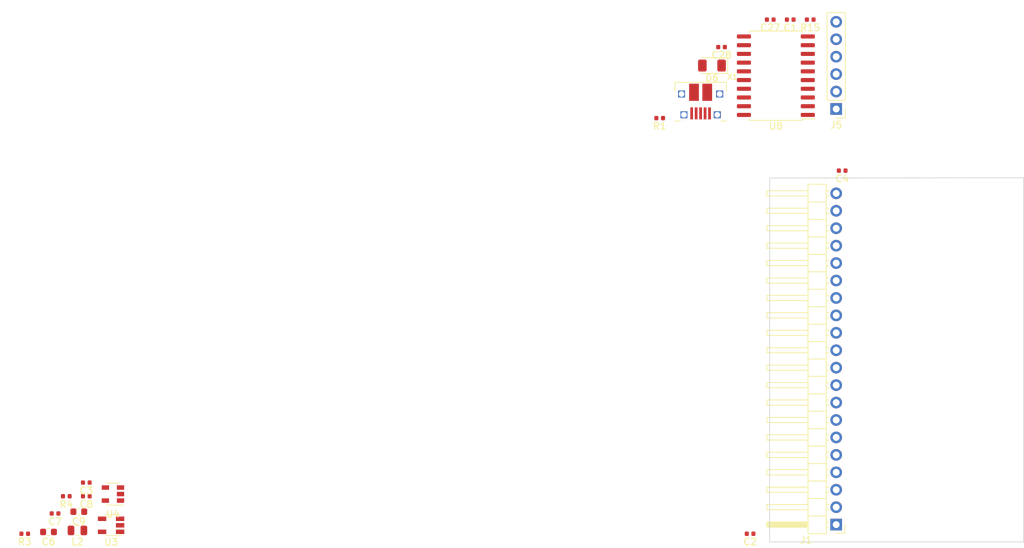
<source format=kicad_pcb>
(kicad_pcb (version 20171130) (host pcbnew 5.1.5+dfsg1-2+b1)

  (general
    (thickness 1.6)
    (drawings 4)
    (tracks 0)
    (zones 0)
    (modules 22)
    (nets 29)
  )

  (page A4)
  (layers
    (0 F.Cu signal)
    (31 B.Cu signal)
    (32 B.Adhes user)
    (33 F.Adhes user)
    (34 B.Paste user)
    (35 F.Paste user)
    (36 B.SilkS user)
    (37 F.SilkS user)
    (38 B.Mask user)
    (39 F.Mask user)
    (40 Dwgs.User user)
    (41 Cmts.User user)
    (42 Eco1.User user)
    (43 Eco2.User user)
    (44 Edge.Cuts user)
    (45 Margin user)
    (46 B.CrtYd user)
    (47 F.CrtYd user)
    (48 B.Fab user)
    (49 F.Fab user)
  )

  (setup
    (last_trace_width 0.15)
    (trace_clearance 0.15)
    (zone_clearance 0.508)
    (zone_45_only no)
    (trace_min 0.15)
    (via_size 0.5)
    (via_drill 0.25)
    (via_min_size 0.5)
    (via_min_drill 0.25)
    (uvia_size 0.3)
    (uvia_drill 0.1)
    (uvias_allowed no)
    (uvia_min_size 0.2)
    (uvia_min_drill 0.1)
    (edge_width 0.05)
    (segment_width 0.2)
    (pcb_text_width 0.3)
    (pcb_text_size 1.5 1.5)
    (mod_edge_width 0.12)
    (mod_text_size 1 1)
    (mod_text_width 0.15)
    (pad_size 1.524 1.524)
    (pad_drill 0.762)
    (pad_to_mask_clearance 0)
    (aux_axis_origin 0 0)
    (visible_elements FFFFFF7F)
    (pcbplotparams
      (layerselection 0x010fc_ffffffff)
      (usegerberextensions false)
      (usegerberattributes false)
      (usegerberadvancedattributes false)
      (creategerberjobfile false)
      (excludeedgelayer true)
      (linewidth 0.100000)
      (plotframeref false)
      (viasonmask false)
      (mode 1)
      (useauxorigin false)
      (hpglpennumber 1)
      (hpglpenspeed 20)
      (hpglpendiameter 15.000000)
      (psnegative false)
      (psa4output false)
      (plotreference true)
      (plotvalue true)
      (plotinvisibletext false)
      (padsonsilk false)
      (subtractmaskfromsilk false)
      (outputformat 1)
      (mirror false)
      (drillshape 1)
      (scaleselection 1)
      (outputdirectory ""))
  )

  (net 0 "")
  (net 1 GND)
  (net 2 swd_rst)
  (net 3 +3V3)
  (net 4 +5V)
  (net 5 "Net-(C6-Pad1)")
  (net 6 "Net-(D6-Pad2)")
  (net 7 uart_rx)
  (net 8 uart_tx)
  (net 9 fpga_cdone)
  (net 10 fpga_reset)
  (net 11 spi_clk)
  (net 12 spi_ss)
  (net 13 spi_miso)
  (net 14 spi_mosi)
  (net 15 uart_fpga_tx_2)
  (net 16 uart_fpga_rx_2)
  (net 17 "Net-(J1-Pad5)")
  (net 18 nrf_rx)
  (net 19 nrf_tx)
  (net 20 swd_clk)
  (net 21 swd_io)
  (net 22 "Net-(L2-Pad2)")
  (net 23 "Net-(R3-Pad1)")
  (net 24 led_mcu)
  (net 25 "Net-(U4-Pad4)")
  (net 26 "Net-(U8-Pad15)")
  (net 27 "Net-(U8-Pad14)")
  (net 28 "Net-(X1-PadID)")

  (net_class Default "This is the default net class."
    (clearance 0.15)
    (trace_width 0.15)
    (via_dia 0.5)
    (via_drill 0.25)
    (uvia_dia 0.3)
    (uvia_drill 0.1)
    (add_net +3V3)
    (add_net +5V)
    (add_net GND)
    (add_net "Net-(C6-Pad1)")
    (add_net "Net-(D6-Pad2)")
    (add_net "Net-(J1-Pad5)")
    (add_net "Net-(L2-Pad2)")
    (add_net "Net-(R3-Pad1)")
    (add_net "Net-(U4-Pad4)")
    (add_net "Net-(U8-Pad14)")
    (add_net "Net-(U8-Pad15)")
    (add_net "Net-(X1-PadID)")
    (add_net fpga_cdone)
    (add_net fpga_reset)
    (add_net led_mcu)
    (add_net nrf_rx)
    (add_net nrf_tx)
    (add_net spi_clk)
    (add_net spi_miso)
    (add_net spi_mosi)
    (add_net spi_ss)
    (add_net swd_clk)
    (add_net swd_io)
    (add_net swd_rst)
    (add_net uart_fpga_rx_2)
    (add_net uart_fpga_tx_2)
    (add_net uart_rx)
    (add_net uart_tx)
  )

  (module kifootp:FCI_10103594_MILL (layer F.Cu) (tedit 0) (tstamp 5E9E1F60)
    (at 60.9645 12.0149 180)
    (path /5E9E6BB8/5E5FC52E)
    (fp_text reference X1 (at -3.794 1.2419 180) (layer F.SilkS)
      (effects (font (size 0.77216 0.77216) (thickness 0.138988)) (justify left top))
    )
    (fp_text value USBFCI_10103594_MILL (at -3.794 1.9523 180) (layer F.Fab)
      (effects (font (size 0.38608 0.38608) (thickness 0.038608)) (justify left top))
    )
    (fp_line (start 2.77495 -1.925015) (end 2.77495 -1.475028) (layer Dwgs.User) (width 0.8001))
    (fp_line (start -2.77495 -1.925015) (end -2.77495 -1.475028) (layer Dwgs.User) (width 0.8001))
    (fp_line (start 2.4257 -4.880103) (end 2.4257 -4.579975) (layer Dwgs.User) (width 0.8001))
    (fp_line (start -2.4257 -4.880103) (end -2.4257 -4.579975) (layer Dwgs.User) (width 0.8001))
    (fp_poly (pts (xy 2.0955 -0.889) (xy 3.3655 -0.889) (xy 3.3655 -3.683) (xy 2.0955 -3.683)) (layer F.Paste) (width 0))
    (fp_poly (pts (xy 2.0955 -3.1115) (xy 3.8735 -3.1115) (xy 3.8735 -3.683) (xy 2.0955 -3.683)) (layer F.Paste) (width 0))
    (fp_poly (pts (xy -3.8735 -3.1115) (xy -2.0955 -3.1115) (xy -2.0955 -3.683) (xy -3.8735 -3.683)) (layer F.Paste) (width 0))
    (fp_poly (pts (xy -3.3655 -0.889) (xy -2.0955 -0.889) (xy -2.0955 -3.683) (xy -3.3655 -3.683)) (layer F.Paste) (width 0))
    (fp_poly (pts (xy 1.905 -4.064) (xy 3.8735 -4.064) (xy 3.8735 -5.3975) (xy 1.905 -5.3975)) (layer F.Paste) (width 0))
    (fp_poly (pts (xy -3.8735 -4.064) (xy -1.905 -4.064) (xy -1.905 -5.3975) (xy -3.8735 -5.3975)) (layer F.Paste) (width 0))
    (fp_poly (pts (xy -2.1336 -3.67665) (xy -2.1336 -0.8636) (xy -2.168455 -0.739171) (xy -2.248274 -0.637553)
      (xy -2.4892 -0.5588) (xy -2.9718 -0.5588) (xy -3.100109 -0.586848) (xy -3.207917 -0.661863)
      (xy -3.278812 -0.772425) (xy -3.302 -0.9017) (xy -3.302 -3.1115) (xy -3.8354 -3.1115)
      (xy -3.8354 -3.67665)) (layer Dwgs.User) (width 0))
    (fp_poly (pts (xy -2.1336 -3.67665) (xy -2.1336 -0.8636) (xy -2.168455 -0.739171) (xy -2.248274 -0.637553)
      (xy -2.4892 -0.5588) (xy -2.9718 -0.5588) (xy -3.100109 -0.586848) (xy -3.207917 -0.661863)
      (xy -3.278812 -0.772425) (xy -3.302 -0.9017) (xy -3.302 -3.1115) (xy -3.8354 -3.1115)
      (xy -3.8354 -3.67665)) (layer Dwgs.User) (width 0))
    (fp_poly (pts (xy 2.1336 -3.67665) (xy 2.1336 -0.8636) (xy 2.168455 -0.739171) (xy 2.248274 -0.637553)
      (xy 2.4892 -0.5588) (xy 2.9718 -0.5588) (xy 3.100109 -0.586848) (xy 3.207917 -0.661863)
      (xy 3.278812 -0.772425) (xy 3.302 -0.9017) (xy 3.302 -3.1115) (xy 3.8354 -3.1115)
      (xy 3.8354 -3.67665)) (layer Dwgs.User) (width 0))
    (fp_poly (pts (xy 3.84285 -4.065) (xy 1.963496 -4.065) (xy 1.963496 -5.398) (xy 3.84285 -5.398)) (layer Dwgs.User) (width 0))
    (fp_poly (pts (xy -3.8365 -5.3965) (xy -1.963496 -5.3965) (xy -1.963496 -4.0635) (xy -3.8365 -4.0635)) (layer Dwgs.User) (width 0))
    (fp_poly (pts (xy 3.84285 -4.065) (xy 1.963496 -4.065) (xy 1.963496 -5.398) (xy 3.84285 -5.398)) (layer Dwgs.User) (width 0))
    (fp_poly (pts (xy 2.1336 -3.67665) (xy 2.1336 -0.8636) (xy 2.168455 -0.739171) (xy 2.248274 -0.637553)
      (xy 2.4892 -0.5588) (xy 2.9718 -0.5588) (xy 3.100109 -0.586848) (xy 3.207917 -0.661863)
      (xy 3.278812 -0.772425) (xy 3.302 -0.9017) (xy 3.302 -3.1115) (xy 3.8354 -3.1115)
      (xy 3.8354 -3.67665)) (layer Dwgs.User) (width 0))
    (fp_poly (pts (xy -1.9558 -3.8481) (xy -1.9558 -0.8763) (xy -1.982315 -0.721592) (xy -2.055339 -0.58265)
      (xy -2.167725 -0.473074) (xy -2.4638 -0.381) (xy -2.9718 -0.381) (xy -3.124856 -0.405242)
      (xy -3.26293 -0.475594) (xy -3.372506 -0.58517) (xy -3.4671 -0.8763) (xy -3.4671 -2.9464)
      (xy -4.0005 -2.9464) (xy -4.0005 -3.8481)) (layer B.Mask) (width 0))
    (fp_poly (pts (xy 1.9558 -3.8481) (xy 1.9558 -0.8763) (xy 1.982315 -0.721592) (xy 2.055339 -0.58265)
      (xy 2.167725 -0.473074) (xy 2.4638 -0.381) (xy 2.9718 -0.381) (xy 3.124856 -0.405242)
      (xy 3.26293 -0.475594) (xy 3.372506 -0.58517) (xy 3.4671 -0.8763) (xy 3.4671 -2.9464)
      (xy 4.0005 -2.9464) (xy 4.0005 -3.8481)) (layer B.Mask) (width 0))
    (fp_poly (pts (xy 1.9558 -3.8481) (xy 1.9558 -0.8763) (xy 1.982315 -0.721592) (xy 2.055339 -0.58265)
      (xy 2.167725 -0.473074) (xy 2.4638 -0.381) (xy 2.9718 -0.381) (xy 3.124856 -0.405242)
      (xy 3.26293 -0.475594) (xy 3.372506 -0.58517) (xy 3.4671 -0.8763) (xy 3.4671 -2.9464)
      (xy 4.0005 -2.9464) (xy 4.0005 -3.8481)) (layer F.Mask) (width 0))
    (fp_poly (pts (xy -1.9558 -3.8481) (xy -1.9558 -0.8763) (xy -1.982315 -0.721592) (xy -2.055339 -0.58265)
      (xy -2.167725 -0.473074) (xy -2.4638 -0.381) (xy -2.9718 -0.381) (xy -3.124856 -0.405242)
      (xy -3.26293 -0.475594) (xy -3.372506 -0.58517) (xy -3.4671 -0.8763) (xy -3.4671 -2.9464)
      (xy -4.0005 -2.9464) (xy -4.0005 -3.8481)) (layer F.Mask) (width 0))
    (fp_poly (pts (xy 1.8034 -3.8989) (xy 4.0005 -3.8989) (xy 4.0005 -5.5626) (xy 1.8034 -5.5626)) (layer B.Mask) (width 0))
    (fp_poly (pts (xy 1.8034 -3.8989) (xy 4.0005 -3.8989) (xy 4.0005 -5.5626) (xy 1.8034 -5.5626)) (layer F.Mask) (width 0))
    (fp_poly (pts (xy -4.0005 -3.8989) (xy -1.8034 -3.8989) (xy -1.8034 -5.5626) (xy -4.0005 -5.5626)) (layer B.Mask) (width 0))
    (fp_poly (pts (xy -4.0005 -3.8989) (xy -1.8034 -3.8989) (xy -1.8034 -5.5626) (xy -4.0005 -5.5626)) (layer F.Mask) (width 0))
    (fp_line (start -3.75 0) (end 3.75 0) (layer F.Fab) (width 0.127))
    (fp_poly (pts (xy -3.8365 -5.3965) (xy -1.963496 -5.3965) (xy -1.963496 -4.0635) (xy -3.8365 -4.0635)) (layer Dwgs.User) (width 0))
    (fp_text user "PCB EDGE" (at 0.2159 -0.3053) (layer F.Fab)
      (effects (font (size 0.38608 0.38608) (thickness 0.065024)))
    )
    (fp_line (start 3.75 0) (end 3.75 -1.27) (layer F.SilkS) (width 0.127))
    (fp_line (start -3.75 0) (end 3.75 0) (layer F.SilkS) (width 0.127))
    (fp_line (start -3.75 -1.27) (end -3.75 0) (layer F.SilkS) (width 0.127))
    (fp_line (start 2.9573 -5.6466) (end 3.7573 -5.6466) (layer F.SilkS) (width 0.127))
    (fp_line (start -3.7573 -5.6466) (end -2.9573 -5.6466) (layer F.SilkS) (width 0.127))
    (pad SPRT@4 thru_hole rect (at 2.4257 -4.729987 180) (size 1.016 1.016) (drill 0.8001) (layers *.Cu *.Mask)
      (net 1 GND) (solder_mask_margin 0.0508))
    (pad SPRT@3 thru_hole rect (at -2.4257 -4.729987 180) (size 1.016 1.016) (drill 0.8001) (layers *.Cu *.Mask)
      (net 1 GND) (solder_mask_margin 0.0508))
    (pad SPRT@2 thru_hole rect (at 2.77495 -1.700021 180) (size 1.016 1.016) (drill 0.8001) (layers *.Cu *.Mask)
      (net 1 GND) (solder_mask_margin 0.0508))
    (pad SPRT@1 thru_hole rect (at -2.77495 -1.700021 180) (size 1.016 1.016) (drill 0.8001) (layers *.Cu *.Mask)
      (net 1 GND) (solder_mask_margin 0.0508))
    (pad VBUS smd rect (at -1.3 -4.525 180) (size 0.4 1.75) (layers F.Cu F.Paste F.Mask)
      (net 4 +5V) (solder_mask_margin 0.0508))
    (pad GND smd rect (at 1.3 -4.525 180) (size 0.4 1.75) (layers F.Cu F.Paste F.Mask)
      (net 1 GND) (solder_mask_margin 0.0508))
    (pad D- smd rect (at -0.650012 -4.525 180) (size 0.4 1.75) (layers F.Cu F.Paste F.Mask)
      (net 27 "Net-(U8-Pad14)") (solder_mask_margin 0.0508))
    (pad ID smd rect (at 0.650012 -4.525 180) (size 0.4 1.75) (layers F.Cu F.Paste F.Mask)
      (net 28 "Net-(X1-PadID)") (solder_mask_margin 0.0508))
    (pad D+ smd rect (at 0 -4.525 180) (size 0.4 1.75) (layers F.Cu F.Paste F.Mask)
      (net 26 "Net-(U8-Pad15)") (solder_mask_margin 0.0508))
    (pad BASE@1 smd rect (at -0.9625 -1.45 270) (size 2.499993 1.42494) (layers F.Cu F.Paste F.Mask)
      (net 1 GND) (solder_mask_margin 0.0508))
    (pad BASE@2 smd rect (at 0.9625 -1.45 270) (size 2.499993 1.42494) (layers F.Cu F.Paste F.Mask)
      (net 1 GND) (solder_mask_margin 0.0508))
  )

  (module Package_SO:SOIC-20W_7.5x12.8mm_P1.27mm (layer F.Cu) (tedit 5D9F72B1) (tstamp 5E9E1F30)
    (at 71.92 11.05 180)
    (descr "SOIC, 20 Pin (JEDEC MS-013AC, https://www.analog.com/media/en/package-pcb-resources/package/233848rw_20.pdf), generated with kicad-footprint-generator ipc_gullwing_generator.py")
    (tags "SOIC SO")
    (path /5E9E6BB8/5E657B17)
    (attr smd)
    (fp_text reference U8 (at 0 -7.35) (layer F.SilkS)
      (effects (font (size 1 1) (thickness 0.15)))
    )
    (fp_text value ATSAMD11D14A-SS (at 0 7.35) (layer F.Fab)
      (effects (font (size 1 1) (thickness 0.15)))
    )
    (fp_text user %R (at 0 0) (layer F.Fab)
      (effects (font (size 1 1) (thickness 0.15)))
    )
    (fp_line (start 5.93 -6.65) (end -5.93 -6.65) (layer F.CrtYd) (width 0.05))
    (fp_line (start 5.93 6.65) (end 5.93 -6.65) (layer F.CrtYd) (width 0.05))
    (fp_line (start -5.93 6.65) (end 5.93 6.65) (layer F.CrtYd) (width 0.05))
    (fp_line (start -5.93 -6.65) (end -5.93 6.65) (layer F.CrtYd) (width 0.05))
    (fp_line (start -3.75 -5.4) (end -2.75 -6.4) (layer F.Fab) (width 0.1))
    (fp_line (start -3.75 6.4) (end -3.75 -5.4) (layer F.Fab) (width 0.1))
    (fp_line (start 3.75 6.4) (end -3.75 6.4) (layer F.Fab) (width 0.1))
    (fp_line (start 3.75 -6.4) (end 3.75 6.4) (layer F.Fab) (width 0.1))
    (fp_line (start -2.75 -6.4) (end 3.75 -6.4) (layer F.Fab) (width 0.1))
    (fp_line (start -3.86 -6.275) (end -5.675 -6.275) (layer F.SilkS) (width 0.12))
    (fp_line (start -3.86 -6.51) (end -3.86 -6.275) (layer F.SilkS) (width 0.12))
    (fp_line (start 0 -6.51) (end -3.86 -6.51) (layer F.SilkS) (width 0.12))
    (fp_line (start 3.86 -6.51) (end 3.86 -6.275) (layer F.SilkS) (width 0.12))
    (fp_line (start 0 -6.51) (end 3.86 -6.51) (layer F.SilkS) (width 0.12))
    (fp_line (start -3.86 6.51) (end -3.86 6.275) (layer F.SilkS) (width 0.12))
    (fp_line (start 0 6.51) (end -3.86 6.51) (layer F.SilkS) (width 0.12))
    (fp_line (start 3.86 6.51) (end 3.86 6.275) (layer F.SilkS) (width 0.12))
    (fp_line (start 0 6.51) (end 3.86 6.51) (layer F.SilkS) (width 0.12))
    (pad 20 smd roundrect (at 4.65 -5.715 180) (size 2.05 0.6) (layers F.Cu F.Paste F.Mask) (roundrect_rratio 0.25)
      (net 11 spi_clk))
    (pad 19 smd roundrect (at 4.65 -4.445 180) (size 2.05 0.6) (layers F.Cu F.Paste F.Mask) (roundrect_rratio 0.25)
      (net 10 fpga_reset))
    (pad 18 smd roundrect (at 4.65 -3.175 180) (size 2.05 0.6) (layers F.Cu F.Paste F.Mask) (roundrect_rratio 0.25)
      (net 9 fpga_cdone))
    (pad 17 smd roundrect (at 4.65 -1.905 180) (size 2.05 0.6) (layers F.Cu F.Paste F.Mask) (roundrect_rratio 0.25)
      (net 3 +3V3))
    (pad 16 smd roundrect (at 4.65 -0.635 180) (size 2.05 0.6) (layers F.Cu F.Paste F.Mask) (roundrect_rratio 0.25)
      (net 1 GND))
    (pad 15 smd roundrect (at 4.65 0.635 180) (size 2.05 0.6) (layers F.Cu F.Paste F.Mask) (roundrect_rratio 0.25)
      (net 26 "Net-(U8-Pad15)"))
    (pad 14 smd roundrect (at 4.65 1.905 180) (size 2.05 0.6) (layers F.Cu F.Paste F.Mask) (roundrect_rratio 0.25)
      (net 27 "Net-(U8-Pad14)"))
    (pad 13 smd roundrect (at 4.65 3.175 180) (size 2.05 0.6) (layers F.Cu F.Paste F.Mask) (roundrect_rratio 0.25)
      (net 21 swd_io))
    (pad 12 smd roundrect (at 4.65 4.445 180) (size 2.05 0.6) (layers F.Cu F.Paste F.Mask) (roundrect_rratio 0.25)
      (net 20 swd_clk))
    (pad 11 smd roundrect (at 4.65 5.715 180) (size 2.05 0.6) (layers F.Cu F.Paste F.Mask) (roundrect_rratio 0.25)
      (net 2 swd_rst))
    (pad 10 smd roundrect (at -4.65 5.715 180) (size 2.05 0.6) (layers F.Cu F.Paste F.Mask) (roundrect_rratio 0.25)
      (net 19 nrf_tx))
    (pad 9 smd roundrect (at -4.65 4.445 180) (size 2.05 0.6) (layers F.Cu F.Paste F.Mask) (roundrect_rratio 0.25)
      (net 18 nrf_rx))
    (pad 8 smd roundrect (at -4.65 3.175 180) (size 2.05 0.6) (layers F.Cu F.Paste F.Mask) (roundrect_rratio 0.25)
      (net 16 uart_fpga_rx_2))
    (pad 7 smd roundrect (at -4.65 1.905 180) (size 2.05 0.6) (layers F.Cu F.Paste F.Mask) (roundrect_rratio 0.25)
      (net 15 uart_fpga_tx_2))
    (pad 6 smd roundrect (at -4.65 0.635 180) (size 2.05 0.6) (layers F.Cu F.Paste F.Mask) (roundrect_rratio 0.25)
      (net 24 led_mcu))
    (pad 5 smd roundrect (at -4.65 -0.635 180) (size 2.05 0.6) (layers F.Cu F.Paste F.Mask) (roundrect_rratio 0.25)
      (net 7 uart_rx))
    (pad 4 smd roundrect (at -4.65 -1.905 180) (size 2.05 0.6) (layers F.Cu F.Paste F.Mask) (roundrect_rratio 0.25)
      (net 8 uart_tx))
    (pad 3 smd roundrect (at -4.65 -3.175 180) (size 2.05 0.6) (layers F.Cu F.Paste F.Mask) (roundrect_rratio 0.25)
      (net 14 spi_mosi))
    (pad 2 smd roundrect (at -4.65 -4.445 180) (size 2.05 0.6) (layers F.Cu F.Paste F.Mask) (roundrect_rratio 0.25)
      (net 13 spi_miso))
    (pad 1 smd roundrect (at -4.65 -5.715 180) (size 2.05 0.6) (layers F.Cu F.Paste F.Mask) (roundrect_rratio 0.25)
      (net 12 spi_ss))
    (model ${KISYS3DMOD}/Package_SO.3dshapes/SOIC-20W_7.5x12.8mm_P1.27mm.wrl
      (at (xyz 0 0 0))
      (scale (xyz 1 1 1))
      (rotate (xyz 0 0 0))
    )
  )

  (module Package_TO_SOT_SMD:SOT-23-5 (layer F.Cu) (tedit 5A02FF57) (tstamp 5E9E1F05)
    (at -24.57 72 180)
    (descr "5-pin SOT23 package")
    (tags SOT-23-5)
    (path /5E9E6BE4/5E608F29)
    (attr smd)
    (fp_text reference U4 (at 0 -2.9) (layer F.SilkS)
      (effects (font (size 1 1) (thickness 0.15)))
    )
    (fp_text value MAX40200AUK (at 0 2.9) (layer F.Fab)
      (effects (font (size 1 1) (thickness 0.15)))
    )
    (fp_line (start 0.9 -1.55) (end 0.9 1.55) (layer F.Fab) (width 0.1))
    (fp_line (start 0.9 1.55) (end -0.9 1.55) (layer F.Fab) (width 0.1))
    (fp_line (start -0.9 -0.9) (end -0.9 1.55) (layer F.Fab) (width 0.1))
    (fp_line (start 0.9 -1.55) (end -0.25 -1.55) (layer F.Fab) (width 0.1))
    (fp_line (start -0.9 -0.9) (end -0.25 -1.55) (layer F.Fab) (width 0.1))
    (fp_line (start -1.9 1.8) (end -1.9 -1.8) (layer F.CrtYd) (width 0.05))
    (fp_line (start 1.9 1.8) (end -1.9 1.8) (layer F.CrtYd) (width 0.05))
    (fp_line (start 1.9 -1.8) (end 1.9 1.8) (layer F.CrtYd) (width 0.05))
    (fp_line (start -1.9 -1.8) (end 1.9 -1.8) (layer F.CrtYd) (width 0.05))
    (fp_line (start 0.9 -1.61) (end -1.55 -1.61) (layer F.SilkS) (width 0.12))
    (fp_line (start -0.9 1.61) (end 0.9 1.61) (layer F.SilkS) (width 0.12))
    (fp_text user %R (at 0 0 90) (layer F.Fab)
      (effects (font (size 0.5 0.5) (thickness 0.075)))
    )
    (pad 5 smd rect (at 1.1 -0.95 180) (size 1.06 0.65) (layers F.Cu F.Paste F.Mask)
      (net 3 +3V3))
    (pad 4 smd rect (at 1.1 0.95 180) (size 1.06 0.65) (layers F.Cu F.Paste F.Mask)
      (net 25 "Net-(U4-Pad4)"))
    (pad 3 smd rect (at -1.1 0.95 180) (size 1.06 0.65) (layers F.Cu F.Paste F.Mask)
      (net 5 "Net-(C6-Pad1)"))
    (pad 2 smd rect (at -1.1 0 180) (size 1.06 0.65) (layers F.Cu F.Paste F.Mask)
      (net 1 GND))
    (pad 1 smd rect (at -1.1 -0.95 180) (size 1.06 0.65) (layers F.Cu F.Paste F.Mask)
      (net 5 "Net-(C6-Pad1)"))
    (model ${KISYS3DMOD}/Package_TO_SOT_SMD.3dshapes/SOT-23-5.wrl
      (at (xyz 0 0 0))
      (scale (xyz 1 1 1))
      (rotate (xyz 0 0 0))
    )
  )

  (module Package_TO_SOT_SMD:TSOT-23-5 (layer F.Cu) (tedit 5A02FF57) (tstamp 5E9E1EF0)
    (at -24.84 76.55 180)
    (descr "5-pin TSOT23 package, http://cds.linear.com/docs/en/packaging/SOT_5_05-08-1635.pdf")
    (tags TSOT-23-5)
    (path /5E9E6BE4/5E5F3EED)
    (attr smd)
    (fp_text reference U3 (at 0 -2.45) (layer F.SilkS)
      (effects (font (size 1 1) (thickness 0.15)))
    )
    (fp_text value LTC3406ES5 (at 0 2.5) (layer F.Fab)
      (effects (font (size 1 1) (thickness 0.15)))
    )
    (fp_line (start 2.17 1.7) (end -2.17 1.7) (layer F.CrtYd) (width 0.05))
    (fp_line (start 2.17 1.7) (end 2.17 -1.7) (layer F.CrtYd) (width 0.05))
    (fp_line (start -2.17 -1.7) (end -2.17 1.7) (layer F.CrtYd) (width 0.05))
    (fp_line (start -2.17 -1.7) (end 2.17 -1.7) (layer F.CrtYd) (width 0.05))
    (fp_line (start 0.88 -1.45) (end 0.88 1.45) (layer F.Fab) (width 0.1))
    (fp_line (start 0.88 1.45) (end -0.88 1.45) (layer F.Fab) (width 0.1))
    (fp_line (start -0.88 -1) (end -0.88 1.45) (layer F.Fab) (width 0.1))
    (fp_line (start 0.88 -1.45) (end -0.43 -1.45) (layer F.Fab) (width 0.1))
    (fp_line (start -0.88 -1) (end -0.43 -1.45) (layer F.Fab) (width 0.1))
    (fp_line (start 0.88 -1.51) (end -1.55 -1.51) (layer F.SilkS) (width 0.12))
    (fp_line (start -0.88 1.56) (end 0.88 1.56) (layer F.SilkS) (width 0.12))
    (fp_text user %R (at 0 0 90) (layer F.Fab)
      (effects (font (size 0.5 0.5) (thickness 0.075)))
    )
    (pad 5 smd rect (at 1.31 -0.95 180) (size 1.22 0.65) (layers F.Cu F.Paste F.Mask)
      (net 23 "Net-(R3-Pad1)"))
    (pad 4 smd rect (at 1.31 0.95 180) (size 1.22 0.65) (layers F.Cu F.Paste F.Mask)
      (net 4 +5V))
    (pad 3 smd rect (at -1.31 0.95 180) (size 1.22 0.65) (layers F.Cu F.Paste F.Mask)
      (net 22 "Net-(L2-Pad2)"))
    (pad 2 smd rect (at -1.31 0 180) (size 1.22 0.65) (layers F.Cu F.Paste F.Mask)
      (net 1 GND))
    (pad 1 smd rect (at -1.31 -0.95 180) (size 1.22 0.65) (layers F.Cu F.Paste F.Mask)
      (net 4 +5V))
    (model ${KISYS3DMOD}/Package_TO_SOT_SMD.3dshapes/TSOT-23-5.wrl
      (at (xyz 0 0 0))
      (scale (xyz 1 1 1))
      (rotate (xyz 0 0 0))
    )
  )

  (module Resistor_SMD:R_0402_1005Metric (layer F.Cu) (tedit 5B301BBD) (tstamp 5E9E1EDB)
    (at 76.92 2.88 180)
    (descr "Resistor SMD 0402 (1005 Metric), square (rectangular) end terminal, IPC_7351 nominal, (Body size source: http://www.tortai-tech.com/upload/download/2011102023233369053.pdf), generated with kicad-footprint-generator")
    (tags resistor)
    (path /5E9E6BB8/5E6B28C3)
    (attr smd)
    (fp_text reference R15 (at 0 -1.17) (layer F.SilkS)
      (effects (font (size 1 1) (thickness 0.15)))
    )
    (fp_text value 10kOhm (at 0 1.17) (layer F.Fab)
      (effects (font (size 1 1) (thickness 0.15)))
    )
    (fp_text user %R (at 0 0) (layer F.Fab)
      (effects (font (size 0.25 0.25) (thickness 0.04)))
    )
    (fp_line (start 0.93 0.47) (end -0.93 0.47) (layer F.CrtYd) (width 0.05))
    (fp_line (start 0.93 -0.47) (end 0.93 0.47) (layer F.CrtYd) (width 0.05))
    (fp_line (start -0.93 -0.47) (end 0.93 -0.47) (layer F.CrtYd) (width 0.05))
    (fp_line (start -0.93 0.47) (end -0.93 -0.47) (layer F.CrtYd) (width 0.05))
    (fp_line (start 0.5 0.25) (end -0.5 0.25) (layer F.Fab) (width 0.1))
    (fp_line (start 0.5 -0.25) (end 0.5 0.25) (layer F.Fab) (width 0.1))
    (fp_line (start -0.5 -0.25) (end 0.5 -0.25) (layer F.Fab) (width 0.1))
    (fp_line (start -0.5 0.25) (end -0.5 -0.25) (layer F.Fab) (width 0.1))
    (pad 2 smd roundrect (at 0.485 0 180) (size 0.59 0.64) (layers F.Cu F.Paste F.Mask) (roundrect_rratio 0.25)
      (net 6 "Net-(D6-Pad2)"))
    (pad 1 smd roundrect (at -0.485 0 180) (size 0.59 0.64) (layers F.Cu F.Paste F.Mask) (roundrect_rratio 0.25)
      (net 24 led_mcu))
    (model ${KISYS3DMOD}/Resistor_SMD.3dshapes/R_0402_1005Metric.wrl
      (at (xyz 0 0 0))
      (scale (xyz 1 1 1))
      (rotate (xyz 0 0 0))
    )
  )

  (module Resistor_SMD:R_0402_1005Metric (layer F.Cu) (tedit 5B301BBD) (tstamp 5E9E1ECC)
    (at -31.36 72.32 180)
    (descr "Resistor SMD 0402 (1005 Metric), square (rectangular) end terminal, IPC_7351 nominal, (Body size source: http://www.tortai-tech.com/upload/download/2011102023233369053.pdf), generated with kicad-footprint-generator")
    (tags resistor)
    (path /5E9E6BE4/5E5F3F0B)
    (attr smd)
    (fp_text reference R4 (at 0 -1.17) (layer F.SilkS)
      (effects (font (size 1 1) (thickness 0.15)))
    )
    (fp_text value 450kOhm (at 0 1.17) (layer F.Fab)
      (effects (font (size 1 1) (thickness 0.15)))
    )
    (fp_text user %R (at 0 0) (layer F.Fab)
      (effects (font (size 0.25 0.25) (thickness 0.04)))
    )
    (fp_line (start 0.93 0.47) (end -0.93 0.47) (layer F.CrtYd) (width 0.05))
    (fp_line (start 0.93 -0.47) (end 0.93 0.47) (layer F.CrtYd) (width 0.05))
    (fp_line (start -0.93 -0.47) (end 0.93 -0.47) (layer F.CrtYd) (width 0.05))
    (fp_line (start -0.93 0.47) (end -0.93 -0.47) (layer F.CrtYd) (width 0.05))
    (fp_line (start 0.5 0.25) (end -0.5 0.25) (layer F.Fab) (width 0.1))
    (fp_line (start 0.5 -0.25) (end 0.5 0.25) (layer F.Fab) (width 0.1))
    (fp_line (start -0.5 -0.25) (end 0.5 -0.25) (layer F.Fab) (width 0.1))
    (fp_line (start -0.5 0.25) (end -0.5 -0.25) (layer F.Fab) (width 0.1))
    (pad 2 smd roundrect (at 0.485 0 180) (size 0.59 0.64) (layers F.Cu F.Paste F.Mask) (roundrect_rratio 0.25)
      (net 5 "Net-(C6-Pad1)"))
    (pad 1 smd roundrect (at -0.485 0 180) (size 0.59 0.64) (layers F.Cu F.Paste F.Mask) (roundrect_rratio 0.25)
      (net 23 "Net-(R3-Pad1)"))
    (model ${KISYS3DMOD}/Resistor_SMD.3dshapes/R_0402_1005Metric.wrl
      (at (xyz 0 0 0))
      (scale (xyz 1 1 1))
      (rotate (xyz 0 0 0))
    )
  )

  (module Resistor_SMD:R_0402_1005Metric (layer F.Cu) (tedit 5B301BBD) (tstamp 5E9E1EBD)
    (at -37.41 77.78 180)
    (descr "Resistor SMD 0402 (1005 Metric), square (rectangular) end terminal, IPC_7351 nominal, (Body size source: http://www.tortai-tech.com/upload/download/2011102023233369053.pdf), generated with kicad-footprint-generator")
    (tags resistor)
    (path /5E9E6BE4/5E5F3F05)
    (attr smd)
    (fp_text reference R3 (at 0 -1.17) (layer F.SilkS)
      (effects (font (size 1 1) (thickness 0.15)))
    )
    (fp_text value 100kOhm (at 0 1.17) (layer F.Fab)
      (effects (font (size 1 1) (thickness 0.15)))
    )
    (fp_text user %R (at 0 0) (layer F.Fab)
      (effects (font (size 0.25 0.25) (thickness 0.04)))
    )
    (fp_line (start 0.93 0.47) (end -0.93 0.47) (layer F.CrtYd) (width 0.05))
    (fp_line (start 0.93 -0.47) (end 0.93 0.47) (layer F.CrtYd) (width 0.05))
    (fp_line (start -0.93 -0.47) (end 0.93 -0.47) (layer F.CrtYd) (width 0.05))
    (fp_line (start -0.93 0.47) (end -0.93 -0.47) (layer F.CrtYd) (width 0.05))
    (fp_line (start 0.5 0.25) (end -0.5 0.25) (layer F.Fab) (width 0.1))
    (fp_line (start 0.5 -0.25) (end 0.5 0.25) (layer F.Fab) (width 0.1))
    (fp_line (start -0.5 -0.25) (end 0.5 -0.25) (layer F.Fab) (width 0.1))
    (fp_line (start -0.5 0.25) (end -0.5 -0.25) (layer F.Fab) (width 0.1))
    (pad 2 smd roundrect (at 0.485 0 180) (size 0.59 0.64) (layers F.Cu F.Paste F.Mask) (roundrect_rratio 0.25)
      (net 1 GND))
    (pad 1 smd roundrect (at -0.485 0 180) (size 0.59 0.64) (layers F.Cu F.Paste F.Mask) (roundrect_rratio 0.25)
      (net 23 "Net-(R3-Pad1)"))
    (model ${KISYS3DMOD}/Resistor_SMD.3dshapes/R_0402_1005Metric.wrl
      (at (xyz 0 0 0))
      (scale (xyz 1 1 1))
      (rotate (xyz 0 0 0))
    )
  )

  (module Resistor_SMD:R_0402_1005Metric (layer F.Cu) (tedit 5B301BBD) (tstamp 5E9E1EAE)
    (at 55.01 17.23 180)
    (descr "Resistor SMD 0402 (1005 Metric), square (rectangular) end terminal, IPC_7351 nominal, (Body size source: http://www.tortai-tech.com/upload/download/2011102023233369053.pdf), generated with kicad-footprint-generator")
    (tags resistor)
    (path /5E9E6BB8/5E9E0585)
    (attr smd)
    (fp_text reference R1 (at 0 -1.17) (layer F.SilkS)
      (effects (font (size 1 1) (thickness 0.15)))
    )
    (fp_text value 10kOhm (at 0 1.17) (layer F.Fab)
      (effects (font (size 1 1) (thickness 0.15)))
    )
    (fp_text user %R (at 0 0) (layer F.Fab)
      (effects (font (size 0.25 0.25) (thickness 0.04)))
    )
    (fp_line (start 0.93 0.47) (end -0.93 0.47) (layer F.CrtYd) (width 0.05))
    (fp_line (start 0.93 -0.47) (end 0.93 0.47) (layer F.CrtYd) (width 0.05))
    (fp_line (start -0.93 -0.47) (end 0.93 -0.47) (layer F.CrtYd) (width 0.05))
    (fp_line (start -0.93 0.47) (end -0.93 -0.47) (layer F.CrtYd) (width 0.05))
    (fp_line (start 0.5 0.25) (end -0.5 0.25) (layer F.Fab) (width 0.1))
    (fp_line (start 0.5 -0.25) (end 0.5 0.25) (layer F.Fab) (width 0.1))
    (fp_line (start -0.5 -0.25) (end 0.5 -0.25) (layer F.Fab) (width 0.1))
    (fp_line (start -0.5 0.25) (end -0.5 -0.25) (layer F.Fab) (width 0.1))
    (pad 2 smd roundrect (at 0.485 0 180) (size 0.59 0.64) (layers F.Cu F.Paste F.Mask) (roundrect_rratio 0.25)
      (net 2 swd_rst))
    (pad 1 smd roundrect (at -0.485 0 180) (size 0.59 0.64) (layers F.Cu F.Paste F.Mask) (roundrect_rratio 0.25)
      (net 3 +3V3))
    (model ${KISYS3DMOD}/Resistor_SMD.3dshapes/R_0402_1005Metric.wrl
      (at (xyz 0 0 0))
      (scale (xyz 1 1 1))
      (rotate (xyz 0 0 0))
    )
  )

  (module Inductor_SMD:L_0805_2012Metric (layer F.Cu) (tedit 5B36C52B) (tstamp 5E9E1E9F)
    (at -29.74 77.3 180)
    (descr "Inductor SMD 0805 (2012 Metric), square (rectangular) end terminal, IPC_7351 nominal, (Body size source: https://docs.google.com/spreadsheets/d/1BsfQQcO9C6DZCsRaXUlFlo91Tg2WpOkGARC1WS5S8t0/edit?usp=sharing), generated with kicad-footprint-generator")
    (tags inductor)
    (path /5E9E6BE4/5E5F3EF3)
    (attr smd)
    (fp_text reference L2 (at 0 -1.65) (layer F.SilkS)
      (effects (font (size 1 1) (thickness 0.15)))
    )
    (fp_text value 2.2uH (at 0 1.65) (layer F.Fab)
      (effects (font (size 1 1) (thickness 0.15)))
    )
    (fp_text user %R (at 0 0) (layer F.Fab)
      (effects (font (size 0.5 0.5) (thickness 0.08)))
    )
    (fp_line (start 1.68 0.95) (end -1.68 0.95) (layer F.CrtYd) (width 0.05))
    (fp_line (start 1.68 -0.95) (end 1.68 0.95) (layer F.CrtYd) (width 0.05))
    (fp_line (start -1.68 -0.95) (end 1.68 -0.95) (layer F.CrtYd) (width 0.05))
    (fp_line (start -1.68 0.95) (end -1.68 -0.95) (layer F.CrtYd) (width 0.05))
    (fp_line (start -0.258578 0.71) (end 0.258578 0.71) (layer F.SilkS) (width 0.12))
    (fp_line (start -0.258578 -0.71) (end 0.258578 -0.71) (layer F.SilkS) (width 0.12))
    (fp_line (start 1 0.6) (end -1 0.6) (layer F.Fab) (width 0.1))
    (fp_line (start 1 -0.6) (end 1 0.6) (layer F.Fab) (width 0.1))
    (fp_line (start -1 -0.6) (end 1 -0.6) (layer F.Fab) (width 0.1))
    (fp_line (start -1 0.6) (end -1 -0.6) (layer F.Fab) (width 0.1))
    (pad 2 smd roundrect (at 0.9375 0 180) (size 0.975 1.4) (layers F.Cu F.Paste F.Mask) (roundrect_rratio 0.25)
      (net 22 "Net-(L2-Pad2)"))
    (pad 1 smd roundrect (at -0.9375 0 180) (size 0.975 1.4) (layers F.Cu F.Paste F.Mask) (roundrect_rratio 0.25)
      (net 5 "Net-(C6-Pad1)"))
    (model ${KISYS3DMOD}/Inductor_SMD.3dshapes/L_0805_2012Metric.wrl
      (at (xyz 0 0 0))
      (scale (xyz 1 1 1))
      (rotate (xyz 0 0 0))
    )
  )

  (module Connector_PinHeader_2.54mm:PinHeader_1x06_P2.54mm_Vertical (layer F.Cu) (tedit 59FED5CC) (tstamp 5E9E1E8E)
    (at 80.7 15.9 180)
    (descr "Through hole straight pin header, 1x06, 2.54mm pitch, single row")
    (tags "Through hole pin header THT 1x06 2.54mm single row")
    (path /5E9E6BB8/5E67B166)
    (fp_text reference J5 (at 0 -2.33) (layer F.SilkS)
      (effects (font (size 1 1) (thickness 0.15)))
    )
    (fp_text value Conn_01x06_Male (at 0 15.03) (layer F.Fab)
      (effects (font (size 1 1) (thickness 0.15)))
    )
    (fp_text user %R (at 0 6.35 90) (layer F.Fab)
      (effects (font (size 1 1) (thickness 0.15)))
    )
    (fp_line (start 1.8 -1.8) (end -1.8 -1.8) (layer F.CrtYd) (width 0.05))
    (fp_line (start 1.8 14.5) (end 1.8 -1.8) (layer F.CrtYd) (width 0.05))
    (fp_line (start -1.8 14.5) (end 1.8 14.5) (layer F.CrtYd) (width 0.05))
    (fp_line (start -1.8 -1.8) (end -1.8 14.5) (layer F.CrtYd) (width 0.05))
    (fp_line (start -1.33 -1.33) (end 0 -1.33) (layer F.SilkS) (width 0.12))
    (fp_line (start -1.33 0) (end -1.33 -1.33) (layer F.SilkS) (width 0.12))
    (fp_line (start -1.33 1.27) (end 1.33 1.27) (layer F.SilkS) (width 0.12))
    (fp_line (start 1.33 1.27) (end 1.33 14.03) (layer F.SilkS) (width 0.12))
    (fp_line (start -1.33 1.27) (end -1.33 14.03) (layer F.SilkS) (width 0.12))
    (fp_line (start -1.33 14.03) (end 1.33 14.03) (layer F.SilkS) (width 0.12))
    (fp_line (start -1.27 -0.635) (end -0.635 -1.27) (layer F.Fab) (width 0.1))
    (fp_line (start -1.27 13.97) (end -1.27 -0.635) (layer F.Fab) (width 0.1))
    (fp_line (start 1.27 13.97) (end -1.27 13.97) (layer F.Fab) (width 0.1))
    (fp_line (start 1.27 -1.27) (end 1.27 13.97) (layer F.Fab) (width 0.1))
    (fp_line (start -0.635 -1.27) (end 1.27 -1.27) (layer F.Fab) (width 0.1))
    (pad 6 thru_hole oval (at 0 12.7 180) (size 1.7 1.7) (drill 1) (layers *.Cu *.Mask)
      (net 3 +3V3))
    (pad 5 thru_hole oval (at 0 10.16 180) (size 1.7 1.7) (drill 1) (layers *.Cu *.Mask)
      (net 3 +3V3))
    (pad 4 thru_hole oval (at 0 7.62 180) (size 1.7 1.7) (drill 1) (layers *.Cu *.Mask)
      (net 20 swd_clk))
    (pad 3 thru_hole oval (at 0 5.08 180) (size 1.7 1.7) (drill 1) (layers *.Cu *.Mask)
      (net 21 swd_io))
    (pad 2 thru_hole oval (at 0 2.54 180) (size 1.7 1.7) (drill 1) (layers *.Cu *.Mask)
      (net 2 swd_rst))
    (pad 1 thru_hole rect (at 0 0 180) (size 1.7 1.7) (drill 1) (layers *.Cu *.Mask)
      (net 1 GND))
    (model ${KISYS3DMOD}/Connector_PinHeader_2.54mm.3dshapes/PinHeader_1x06_P2.54mm_Vertical.wrl
      (at (xyz 0 0 0))
      (scale (xyz 1 1 1))
      (rotate (xyz 0 0 0))
    )
  )

  (module Connector_PinHeader_2.54mm:PinHeader_1x20_P2.54mm_Horizontal (layer F.Cu) (tedit 59FED5CB) (tstamp 5E9E1E74)
    (at 80.7 76.45 180)
    (descr "Through hole angled pin header, 1x20, 2.54mm pitch, 6mm pin length, single row")
    (tags "Through hole angled pin header THT 1x20 2.54mm single row")
    (path /5E9E8D09/5E9E9075)
    (fp_text reference J1 (at 4.385 -2.27) (layer F.SilkS)
      (effects (font (size 1 1) (thickness 0.15)))
    )
    (fp_text value Conn_01x20_Female (at 4.385 50.53) (layer F.Fab)
      (effects (font (size 1 1) (thickness 0.15)))
    )
    (fp_text user %R (at 2.77 24.13 90) (layer F.Fab)
      (effects (font (size 1 1) (thickness 0.15)))
    )
    (fp_line (start 10.55 -1.8) (end -1.8 -1.8) (layer F.CrtYd) (width 0.05))
    (fp_line (start 10.55 50.05) (end 10.55 -1.8) (layer F.CrtYd) (width 0.05))
    (fp_line (start -1.8 50.05) (end 10.55 50.05) (layer F.CrtYd) (width 0.05))
    (fp_line (start -1.8 -1.8) (end -1.8 50.05) (layer F.CrtYd) (width 0.05))
    (fp_line (start -1.27 -1.27) (end 0 -1.27) (layer F.SilkS) (width 0.12))
    (fp_line (start -1.27 0) (end -1.27 -1.27) (layer F.SilkS) (width 0.12))
    (fp_line (start 1.042929 48.64) (end 1.44 48.64) (layer F.SilkS) (width 0.12))
    (fp_line (start 1.042929 47.88) (end 1.44 47.88) (layer F.SilkS) (width 0.12))
    (fp_line (start 10.1 48.64) (end 4.1 48.64) (layer F.SilkS) (width 0.12))
    (fp_line (start 10.1 47.88) (end 10.1 48.64) (layer F.SilkS) (width 0.12))
    (fp_line (start 4.1 47.88) (end 10.1 47.88) (layer F.SilkS) (width 0.12))
    (fp_line (start 1.44 46.99) (end 4.1 46.99) (layer F.SilkS) (width 0.12))
    (fp_line (start 1.042929 46.1) (end 1.44 46.1) (layer F.SilkS) (width 0.12))
    (fp_line (start 1.042929 45.34) (end 1.44 45.34) (layer F.SilkS) (width 0.12))
    (fp_line (start 10.1 46.1) (end 4.1 46.1) (layer F.SilkS) (width 0.12))
    (fp_line (start 10.1 45.34) (end 10.1 46.1) (layer F.SilkS) (width 0.12))
    (fp_line (start 4.1 45.34) (end 10.1 45.34) (layer F.SilkS) (width 0.12))
    (fp_line (start 1.44 44.45) (end 4.1 44.45) (layer F.SilkS) (width 0.12))
    (fp_line (start 1.042929 43.56) (end 1.44 43.56) (layer F.SilkS) (width 0.12))
    (fp_line (start 1.042929 42.8) (end 1.44 42.8) (layer F.SilkS) (width 0.12))
    (fp_line (start 10.1 43.56) (end 4.1 43.56) (layer F.SilkS) (width 0.12))
    (fp_line (start 10.1 42.8) (end 10.1 43.56) (layer F.SilkS) (width 0.12))
    (fp_line (start 4.1 42.8) (end 10.1 42.8) (layer F.SilkS) (width 0.12))
    (fp_line (start 1.44 41.91) (end 4.1 41.91) (layer F.SilkS) (width 0.12))
    (fp_line (start 1.042929 41.02) (end 1.44 41.02) (layer F.SilkS) (width 0.12))
    (fp_line (start 1.042929 40.26) (end 1.44 40.26) (layer F.SilkS) (width 0.12))
    (fp_line (start 10.1 41.02) (end 4.1 41.02) (layer F.SilkS) (width 0.12))
    (fp_line (start 10.1 40.26) (end 10.1 41.02) (layer F.SilkS) (width 0.12))
    (fp_line (start 4.1 40.26) (end 10.1 40.26) (layer F.SilkS) (width 0.12))
    (fp_line (start 1.44 39.37) (end 4.1 39.37) (layer F.SilkS) (width 0.12))
    (fp_line (start 1.042929 38.48) (end 1.44 38.48) (layer F.SilkS) (width 0.12))
    (fp_line (start 1.042929 37.72) (end 1.44 37.72) (layer F.SilkS) (width 0.12))
    (fp_line (start 10.1 38.48) (end 4.1 38.48) (layer F.SilkS) (width 0.12))
    (fp_line (start 10.1 37.72) (end 10.1 38.48) (layer F.SilkS) (width 0.12))
    (fp_line (start 4.1 37.72) (end 10.1 37.72) (layer F.SilkS) (width 0.12))
    (fp_line (start 1.44 36.83) (end 4.1 36.83) (layer F.SilkS) (width 0.12))
    (fp_line (start 1.042929 35.94) (end 1.44 35.94) (layer F.SilkS) (width 0.12))
    (fp_line (start 1.042929 35.18) (end 1.44 35.18) (layer F.SilkS) (width 0.12))
    (fp_line (start 10.1 35.94) (end 4.1 35.94) (layer F.SilkS) (width 0.12))
    (fp_line (start 10.1 35.18) (end 10.1 35.94) (layer F.SilkS) (width 0.12))
    (fp_line (start 4.1 35.18) (end 10.1 35.18) (layer F.SilkS) (width 0.12))
    (fp_line (start 1.44 34.29) (end 4.1 34.29) (layer F.SilkS) (width 0.12))
    (fp_line (start 1.042929 33.4) (end 1.44 33.4) (layer F.SilkS) (width 0.12))
    (fp_line (start 1.042929 32.64) (end 1.44 32.64) (layer F.SilkS) (width 0.12))
    (fp_line (start 10.1 33.4) (end 4.1 33.4) (layer F.SilkS) (width 0.12))
    (fp_line (start 10.1 32.64) (end 10.1 33.4) (layer F.SilkS) (width 0.12))
    (fp_line (start 4.1 32.64) (end 10.1 32.64) (layer F.SilkS) (width 0.12))
    (fp_line (start 1.44 31.75) (end 4.1 31.75) (layer F.SilkS) (width 0.12))
    (fp_line (start 1.042929 30.86) (end 1.44 30.86) (layer F.SilkS) (width 0.12))
    (fp_line (start 1.042929 30.1) (end 1.44 30.1) (layer F.SilkS) (width 0.12))
    (fp_line (start 10.1 30.86) (end 4.1 30.86) (layer F.SilkS) (width 0.12))
    (fp_line (start 10.1 30.1) (end 10.1 30.86) (layer F.SilkS) (width 0.12))
    (fp_line (start 4.1 30.1) (end 10.1 30.1) (layer F.SilkS) (width 0.12))
    (fp_line (start 1.44 29.21) (end 4.1 29.21) (layer F.SilkS) (width 0.12))
    (fp_line (start 1.042929 28.32) (end 1.44 28.32) (layer F.SilkS) (width 0.12))
    (fp_line (start 1.042929 27.56) (end 1.44 27.56) (layer F.SilkS) (width 0.12))
    (fp_line (start 10.1 28.32) (end 4.1 28.32) (layer F.SilkS) (width 0.12))
    (fp_line (start 10.1 27.56) (end 10.1 28.32) (layer F.SilkS) (width 0.12))
    (fp_line (start 4.1 27.56) (end 10.1 27.56) (layer F.SilkS) (width 0.12))
    (fp_line (start 1.44 26.67) (end 4.1 26.67) (layer F.SilkS) (width 0.12))
    (fp_line (start 1.042929 25.78) (end 1.44 25.78) (layer F.SilkS) (width 0.12))
    (fp_line (start 1.042929 25.02) (end 1.44 25.02) (layer F.SilkS) (width 0.12))
    (fp_line (start 10.1 25.78) (end 4.1 25.78) (layer F.SilkS) (width 0.12))
    (fp_line (start 10.1 25.02) (end 10.1 25.78) (layer F.SilkS) (width 0.12))
    (fp_line (start 4.1 25.02) (end 10.1 25.02) (layer F.SilkS) (width 0.12))
    (fp_line (start 1.44 24.13) (end 4.1 24.13) (layer F.SilkS) (width 0.12))
    (fp_line (start 1.042929 23.24) (end 1.44 23.24) (layer F.SilkS) (width 0.12))
    (fp_line (start 1.042929 22.48) (end 1.44 22.48) (layer F.SilkS) (width 0.12))
    (fp_line (start 10.1 23.24) (end 4.1 23.24) (layer F.SilkS) (width 0.12))
    (fp_line (start 10.1 22.48) (end 10.1 23.24) (layer F.SilkS) (width 0.12))
    (fp_line (start 4.1 22.48) (end 10.1 22.48) (layer F.SilkS) (width 0.12))
    (fp_line (start 1.44 21.59) (end 4.1 21.59) (layer F.SilkS) (width 0.12))
    (fp_line (start 1.042929 20.7) (end 1.44 20.7) (layer F.SilkS) (width 0.12))
    (fp_line (start 1.042929 19.94) (end 1.44 19.94) (layer F.SilkS) (width 0.12))
    (fp_line (start 10.1 20.7) (end 4.1 20.7) (layer F.SilkS) (width 0.12))
    (fp_line (start 10.1 19.94) (end 10.1 20.7) (layer F.SilkS) (width 0.12))
    (fp_line (start 4.1 19.94) (end 10.1 19.94) (layer F.SilkS) (width 0.12))
    (fp_line (start 1.44 19.05) (end 4.1 19.05) (layer F.SilkS) (width 0.12))
    (fp_line (start 1.042929 18.16) (end 1.44 18.16) (layer F.SilkS) (width 0.12))
    (fp_line (start 1.042929 17.4) (end 1.44 17.4) (layer F.SilkS) (width 0.12))
    (fp_line (start 10.1 18.16) (end 4.1 18.16) (layer F.SilkS) (width 0.12))
    (fp_line (start 10.1 17.4) (end 10.1 18.16) (layer F.SilkS) (width 0.12))
    (fp_line (start 4.1 17.4) (end 10.1 17.4) (layer F.SilkS) (width 0.12))
    (fp_line (start 1.44 16.51) (end 4.1 16.51) (layer F.SilkS) (width 0.12))
    (fp_line (start 1.042929 15.62) (end 1.44 15.62) (layer F.SilkS) (width 0.12))
    (fp_line (start 1.042929 14.86) (end 1.44 14.86) (layer F.SilkS) (width 0.12))
    (fp_line (start 10.1 15.62) (end 4.1 15.62) (layer F.SilkS) (width 0.12))
    (fp_line (start 10.1 14.86) (end 10.1 15.62) (layer F.SilkS) (width 0.12))
    (fp_line (start 4.1 14.86) (end 10.1 14.86) (layer F.SilkS) (width 0.12))
    (fp_line (start 1.44 13.97) (end 4.1 13.97) (layer F.SilkS) (width 0.12))
    (fp_line (start 1.042929 13.08) (end 1.44 13.08) (layer F.SilkS) (width 0.12))
    (fp_line (start 1.042929 12.32) (end 1.44 12.32) (layer F.SilkS) (width 0.12))
    (fp_line (start 10.1 13.08) (end 4.1 13.08) (layer F.SilkS) (width 0.12))
    (fp_line (start 10.1 12.32) (end 10.1 13.08) (layer F.SilkS) (width 0.12))
    (fp_line (start 4.1 12.32) (end 10.1 12.32) (layer F.SilkS) (width 0.12))
    (fp_line (start 1.44 11.43) (end 4.1 11.43) (layer F.SilkS) (width 0.12))
    (fp_line (start 1.042929 10.54) (end 1.44 10.54) (layer F.SilkS) (width 0.12))
    (fp_line (start 1.042929 9.78) (end 1.44 9.78) (layer F.SilkS) (width 0.12))
    (fp_line (start 10.1 10.54) (end 4.1 10.54) (layer F.SilkS) (width 0.12))
    (fp_line (start 10.1 9.78) (end 10.1 10.54) (layer F.SilkS) (width 0.12))
    (fp_line (start 4.1 9.78) (end 10.1 9.78) (layer F.SilkS) (width 0.12))
    (fp_line (start 1.44 8.89) (end 4.1 8.89) (layer F.SilkS) (width 0.12))
    (fp_line (start 1.042929 8) (end 1.44 8) (layer F.SilkS) (width 0.12))
    (fp_line (start 1.042929 7.24) (end 1.44 7.24) (layer F.SilkS) (width 0.12))
    (fp_line (start 10.1 8) (end 4.1 8) (layer F.SilkS) (width 0.12))
    (fp_line (start 10.1 7.24) (end 10.1 8) (layer F.SilkS) (width 0.12))
    (fp_line (start 4.1 7.24) (end 10.1 7.24) (layer F.SilkS) (width 0.12))
    (fp_line (start 1.44 6.35) (end 4.1 6.35) (layer F.SilkS) (width 0.12))
    (fp_line (start 1.042929 5.46) (end 1.44 5.46) (layer F.SilkS) (width 0.12))
    (fp_line (start 1.042929 4.7) (end 1.44 4.7) (layer F.SilkS) (width 0.12))
    (fp_line (start 10.1 5.46) (end 4.1 5.46) (layer F.SilkS) (width 0.12))
    (fp_line (start 10.1 4.7) (end 10.1 5.46) (layer F.SilkS) (width 0.12))
    (fp_line (start 4.1 4.7) (end 10.1 4.7) (layer F.SilkS) (width 0.12))
    (fp_line (start 1.44 3.81) (end 4.1 3.81) (layer F.SilkS) (width 0.12))
    (fp_line (start 1.042929 2.92) (end 1.44 2.92) (layer F.SilkS) (width 0.12))
    (fp_line (start 1.042929 2.16) (end 1.44 2.16) (layer F.SilkS) (width 0.12))
    (fp_line (start 10.1 2.92) (end 4.1 2.92) (layer F.SilkS) (width 0.12))
    (fp_line (start 10.1 2.16) (end 10.1 2.92) (layer F.SilkS) (width 0.12))
    (fp_line (start 4.1 2.16) (end 10.1 2.16) (layer F.SilkS) (width 0.12))
    (fp_line (start 1.44 1.27) (end 4.1 1.27) (layer F.SilkS) (width 0.12))
    (fp_line (start 1.11 0.38) (end 1.44 0.38) (layer F.SilkS) (width 0.12))
    (fp_line (start 1.11 -0.38) (end 1.44 -0.38) (layer F.SilkS) (width 0.12))
    (fp_line (start 4.1 0.28) (end 10.1 0.28) (layer F.SilkS) (width 0.12))
    (fp_line (start 4.1 0.16) (end 10.1 0.16) (layer F.SilkS) (width 0.12))
    (fp_line (start 4.1 0.04) (end 10.1 0.04) (layer F.SilkS) (width 0.12))
    (fp_line (start 4.1 -0.08) (end 10.1 -0.08) (layer F.SilkS) (width 0.12))
    (fp_line (start 4.1 -0.2) (end 10.1 -0.2) (layer F.SilkS) (width 0.12))
    (fp_line (start 4.1 -0.32) (end 10.1 -0.32) (layer F.SilkS) (width 0.12))
    (fp_line (start 10.1 0.38) (end 4.1 0.38) (layer F.SilkS) (width 0.12))
    (fp_line (start 10.1 -0.38) (end 10.1 0.38) (layer F.SilkS) (width 0.12))
    (fp_line (start 4.1 -0.38) (end 10.1 -0.38) (layer F.SilkS) (width 0.12))
    (fp_line (start 4.1 -1.33) (end 1.44 -1.33) (layer F.SilkS) (width 0.12))
    (fp_line (start 4.1 49.59) (end 4.1 -1.33) (layer F.SilkS) (width 0.12))
    (fp_line (start 1.44 49.59) (end 4.1 49.59) (layer F.SilkS) (width 0.12))
    (fp_line (start 1.44 -1.33) (end 1.44 49.59) (layer F.SilkS) (width 0.12))
    (fp_line (start 4.04 48.58) (end 10.04 48.58) (layer F.Fab) (width 0.1))
    (fp_line (start 10.04 47.94) (end 10.04 48.58) (layer F.Fab) (width 0.1))
    (fp_line (start 4.04 47.94) (end 10.04 47.94) (layer F.Fab) (width 0.1))
    (fp_line (start -0.32 48.58) (end 1.5 48.58) (layer F.Fab) (width 0.1))
    (fp_line (start -0.32 47.94) (end -0.32 48.58) (layer F.Fab) (width 0.1))
    (fp_line (start -0.32 47.94) (end 1.5 47.94) (layer F.Fab) (width 0.1))
    (fp_line (start 4.04 46.04) (end 10.04 46.04) (layer F.Fab) (width 0.1))
    (fp_line (start 10.04 45.4) (end 10.04 46.04) (layer F.Fab) (width 0.1))
    (fp_line (start 4.04 45.4) (end 10.04 45.4) (layer F.Fab) (width 0.1))
    (fp_line (start -0.32 46.04) (end 1.5 46.04) (layer F.Fab) (width 0.1))
    (fp_line (start -0.32 45.4) (end -0.32 46.04) (layer F.Fab) (width 0.1))
    (fp_line (start -0.32 45.4) (end 1.5 45.4) (layer F.Fab) (width 0.1))
    (fp_line (start 4.04 43.5) (end 10.04 43.5) (layer F.Fab) (width 0.1))
    (fp_line (start 10.04 42.86) (end 10.04 43.5) (layer F.Fab) (width 0.1))
    (fp_line (start 4.04 42.86) (end 10.04 42.86) (layer F.Fab) (width 0.1))
    (fp_line (start -0.32 43.5) (end 1.5 43.5) (layer F.Fab) (width 0.1))
    (fp_line (start -0.32 42.86) (end -0.32 43.5) (layer F.Fab) (width 0.1))
    (fp_line (start -0.32 42.86) (end 1.5 42.86) (layer F.Fab) (width 0.1))
    (fp_line (start 4.04 40.96) (end 10.04 40.96) (layer F.Fab) (width 0.1))
    (fp_line (start 10.04 40.32) (end 10.04 40.96) (layer F.Fab) (width 0.1))
    (fp_line (start 4.04 40.32) (end 10.04 40.32) (layer F.Fab) (width 0.1))
    (fp_line (start -0.32 40.96) (end 1.5 40.96) (layer F.Fab) (width 0.1))
    (fp_line (start -0.32 40.32) (end -0.32 40.96) (layer F.Fab) (width 0.1))
    (fp_line (start -0.32 40.32) (end 1.5 40.32) (layer F.Fab) (width 0.1))
    (fp_line (start 4.04 38.42) (end 10.04 38.42) (layer F.Fab) (width 0.1))
    (fp_line (start 10.04 37.78) (end 10.04 38.42) (layer F.Fab) (width 0.1))
    (fp_line (start 4.04 37.78) (end 10.04 37.78) (layer F.Fab) (width 0.1))
    (fp_line (start -0.32 38.42) (end 1.5 38.42) (layer F.Fab) (width 0.1))
    (fp_line (start -0.32 37.78) (end -0.32 38.42) (layer F.Fab) (width 0.1))
    (fp_line (start -0.32 37.78) (end 1.5 37.78) (layer F.Fab) (width 0.1))
    (fp_line (start 4.04 35.88) (end 10.04 35.88) (layer F.Fab) (width 0.1))
    (fp_line (start 10.04 35.24) (end 10.04 35.88) (layer F.Fab) (width 0.1))
    (fp_line (start 4.04 35.24) (end 10.04 35.24) (layer F.Fab) (width 0.1))
    (fp_line (start -0.32 35.88) (end 1.5 35.88) (layer F.Fab) (width 0.1))
    (fp_line (start -0.32 35.24) (end -0.32 35.88) (layer F.Fab) (width 0.1))
    (fp_line (start -0.32 35.24) (end 1.5 35.24) (layer F.Fab) (width 0.1))
    (fp_line (start 4.04 33.34) (end 10.04 33.34) (layer F.Fab) (width 0.1))
    (fp_line (start 10.04 32.7) (end 10.04 33.34) (layer F.Fab) (width 0.1))
    (fp_line (start 4.04 32.7) (end 10.04 32.7) (layer F.Fab) (width 0.1))
    (fp_line (start -0.32 33.34) (end 1.5 33.34) (layer F.Fab) (width 0.1))
    (fp_line (start -0.32 32.7) (end -0.32 33.34) (layer F.Fab) (width 0.1))
    (fp_line (start -0.32 32.7) (end 1.5 32.7) (layer F.Fab) (width 0.1))
    (fp_line (start 4.04 30.8) (end 10.04 30.8) (layer F.Fab) (width 0.1))
    (fp_line (start 10.04 30.16) (end 10.04 30.8) (layer F.Fab) (width 0.1))
    (fp_line (start 4.04 30.16) (end 10.04 30.16) (layer F.Fab) (width 0.1))
    (fp_line (start -0.32 30.8) (end 1.5 30.8) (layer F.Fab) (width 0.1))
    (fp_line (start -0.32 30.16) (end -0.32 30.8) (layer F.Fab) (width 0.1))
    (fp_line (start -0.32 30.16) (end 1.5 30.16) (layer F.Fab) (width 0.1))
    (fp_line (start 4.04 28.26) (end 10.04 28.26) (layer F.Fab) (width 0.1))
    (fp_line (start 10.04 27.62) (end 10.04 28.26) (layer F.Fab) (width 0.1))
    (fp_line (start 4.04 27.62) (end 10.04 27.62) (layer F.Fab) (width 0.1))
    (fp_line (start -0.32 28.26) (end 1.5 28.26) (layer F.Fab) (width 0.1))
    (fp_line (start -0.32 27.62) (end -0.32 28.26) (layer F.Fab) (width 0.1))
    (fp_line (start -0.32 27.62) (end 1.5 27.62) (layer F.Fab) (width 0.1))
    (fp_line (start 4.04 25.72) (end 10.04 25.72) (layer F.Fab) (width 0.1))
    (fp_line (start 10.04 25.08) (end 10.04 25.72) (layer F.Fab) (width 0.1))
    (fp_line (start 4.04 25.08) (end 10.04 25.08) (layer F.Fab) (width 0.1))
    (fp_line (start -0.32 25.72) (end 1.5 25.72) (layer F.Fab) (width 0.1))
    (fp_line (start -0.32 25.08) (end -0.32 25.72) (layer F.Fab) (width 0.1))
    (fp_line (start -0.32 25.08) (end 1.5 25.08) (layer F.Fab) (width 0.1))
    (fp_line (start 4.04 23.18) (end 10.04 23.18) (layer F.Fab) (width 0.1))
    (fp_line (start 10.04 22.54) (end 10.04 23.18) (layer F.Fab) (width 0.1))
    (fp_line (start 4.04 22.54) (end 10.04 22.54) (layer F.Fab) (width 0.1))
    (fp_line (start -0.32 23.18) (end 1.5 23.18) (layer F.Fab) (width 0.1))
    (fp_line (start -0.32 22.54) (end -0.32 23.18) (layer F.Fab) (width 0.1))
    (fp_line (start -0.32 22.54) (end 1.5 22.54) (layer F.Fab) (width 0.1))
    (fp_line (start 4.04 20.64) (end 10.04 20.64) (layer F.Fab) (width 0.1))
    (fp_line (start 10.04 20) (end 10.04 20.64) (layer F.Fab) (width 0.1))
    (fp_line (start 4.04 20) (end 10.04 20) (layer F.Fab) (width 0.1))
    (fp_line (start -0.32 20.64) (end 1.5 20.64) (layer F.Fab) (width 0.1))
    (fp_line (start -0.32 20) (end -0.32 20.64) (layer F.Fab) (width 0.1))
    (fp_line (start -0.32 20) (end 1.5 20) (layer F.Fab) (width 0.1))
    (fp_line (start 4.04 18.1) (end 10.04 18.1) (layer F.Fab) (width 0.1))
    (fp_line (start 10.04 17.46) (end 10.04 18.1) (layer F.Fab) (width 0.1))
    (fp_line (start 4.04 17.46) (end 10.04 17.46) (layer F.Fab) (width 0.1))
    (fp_line (start -0.32 18.1) (end 1.5 18.1) (layer F.Fab) (width 0.1))
    (fp_line (start -0.32 17.46) (end -0.32 18.1) (layer F.Fab) (width 0.1))
    (fp_line (start -0.32 17.46) (end 1.5 17.46) (layer F.Fab) (width 0.1))
    (fp_line (start 4.04 15.56) (end 10.04 15.56) (layer F.Fab) (width 0.1))
    (fp_line (start 10.04 14.92) (end 10.04 15.56) (layer F.Fab) (width 0.1))
    (fp_line (start 4.04 14.92) (end 10.04 14.92) (layer F.Fab) (width 0.1))
    (fp_line (start -0.32 15.56) (end 1.5 15.56) (layer F.Fab) (width 0.1))
    (fp_line (start -0.32 14.92) (end -0.32 15.56) (layer F.Fab) (width 0.1))
    (fp_line (start -0.32 14.92) (end 1.5 14.92) (layer F.Fab) (width 0.1))
    (fp_line (start 4.04 13.02) (end 10.04 13.02) (layer F.Fab) (width 0.1))
    (fp_line (start 10.04 12.38) (end 10.04 13.02) (layer F.Fab) (width 0.1))
    (fp_line (start 4.04 12.38) (end 10.04 12.38) (layer F.Fab) (width 0.1))
    (fp_line (start -0.32 13.02) (end 1.5 13.02) (layer F.Fab) (width 0.1))
    (fp_line (start -0.32 12.38) (end -0.32 13.02) (layer F.Fab) (width 0.1))
    (fp_line (start -0.32 12.38) (end 1.5 12.38) (layer F.Fab) (width 0.1))
    (fp_line (start 4.04 10.48) (end 10.04 10.48) (layer F.Fab) (width 0.1))
    (fp_line (start 10.04 9.84) (end 10.04 10.48) (layer F.Fab) (width 0.1))
    (fp_line (start 4.04 9.84) (end 10.04 9.84) (layer F.Fab) (width 0.1))
    (fp_line (start -0.32 10.48) (end 1.5 10.48) (layer F.Fab) (width 0.1))
    (fp_line (start -0.32 9.84) (end -0.32 10.48) (layer F.Fab) (width 0.1))
    (fp_line (start -0.32 9.84) (end 1.5 9.84) (layer F.Fab) (width 0.1))
    (fp_line (start 4.04 7.94) (end 10.04 7.94) (layer F.Fab) (width 0.1))
    (fp_line (start 10.04 7.3) (end 10.04 7.94) (layer F.Fab) (width 0.1))
    (fp_line (start 4.04 7.3) (end 10.04 7.3) (layer F.Fab) (width 0.1))
    (fp_line (start -0.32 7.94) (end 1.5 7.94) (layer F.Fab) (width 0.1))
    (fp_line (start -0.32 7.3) (end -0.32 7.94) (layer F.Fab) (width 0.1))
    (fp_line (start -0.32 7.3) (end 1.5 7.3) (layer F.Fab) (width 0.1))
    (fp_line (start 4.04 5.4) (end 10.04 5.4) (layer F.Fab) (width 0.1))
    (fp_line (start 10.04 4.76) (end 10.04 5.4) (layer F.Fab) (width 0.1))
    (fp_line (start 4.04 4.76) (end 10.04 4.76) (layer F.Fab) (width 0.1))
    (fp_line (start -0.32 5.4) (end 1.5 5.4) (layer F.Fab) (width 0.1))
    (fp_line (start -0.32 4.76) (end -0.32 5.4) (layer F.Fab) (width 0.1))
    (fp_line (start -0.32 4.76) (end 1.5 4.76) (layer F.Fab) (width 0.1))
    (fp_line (start 4.04 2.86) (end 10.04 2.86) (layer F.Fab) (width 0.1))
    (fp_line (start 10.04 2.22) (end 10.04 2.86) (layer F.Fab) (width 0.1))
    (fp_line (start 4.04 2.22) (end 10.04 2.22) (layer F.Fab) (width 0.1))
    (fp_line (start -0.32 2.86) (end 1.5 2.86) (layer F.Fab) (width 0.1))
    (fp_line (start -0.32 2.22) (end -0.32 2.86) (layer F.Fab) (width 0.1))
    (fp_line (start -0.32 2.22) (end 1.5 2.22) (layer F.Fab) (width 0.1))
    (fp_line (start 4.04 0.32) (end 10.04 0.32) (layer F.Fab) (width 0.1))
    (fp_line (start 10.04 -0.32) (end 10.04 0.32) (layer F.Fab) (width 0.1))
    (fp_line (start 4.04 -0.32) (end 10.04 -0.32) (layer F.Fab) (width 0.1))
    (fp_line (start -0.32 0.32) (end 1.5 0.32) (layer F.Fab) (width 0.1))
    (fp_line (start -0.32 -0.32) (end -0.32 0.32) (layer F.Fab) (width 0.1))
    (fp_line (start -0.32 -0.32) (end 1.5 -0.32) (layer F.Fab) (width 0.1))
    (fp_line (start 1.5 -0.635) (end 2.135 -1.27) (layer F.Fab) (width 0.1))
    (fp_line (start 1.5 49.53) (end 1.5 -0.635) (layer F.Fab) (width 0.1))
    (fp_line (start 4.04 49.53) (end 1.5 49.53) (layer F.Fab) (width 0.1))
    (fp_line (start 4.04 -1.27) (end 4.04 49.53) (layer F.Fab) (width 0.1))
    (fp_line (start 2.135 -1.27) (end 4.04 -1.27) (layer F.Fab) (width 0.1))
    (pad 20 thru_hole oval (at 0 48.26 180) (size 1.7 1.7) (drill 1) (layers *.Cu *.Mask)
      (net 1 GND))
    (pad 19 thru_hole oval (at 0 45.72 180) (size 1.7 1.7) (drill 1) (layers *.Cu *.Mask)
      (net 3 +3V3))
    (pad 18 thru_hole oval (at 0 43.18 180) (size 1.7 1.7) (drill 1) (layers *.Cu *.Mask)
      (net 1 GND))
    (pad 17 thru_hole oval (at 0 40.64 180) (size 1.7 1.7) (drill 1) (layers *.Cu *.Mask)
      (net 7 uart_rx))
    (pad 16 thru_hole oval (at 0 38.1 180) (size 1.7 1.7) (drill 1) (layers *.Cu *.Mask)
      (net 8 uart_tx))
    (pad 15 thru_hole oval (at 0 35.56 180) (size 1.7 1.7) (drill 1) (layers *.Cu *.Mask)
      (net 1 GND))
    (pad 14 thru_hole oval (at 0 33.02 180) (size 1.7 1.7) (drill 1) (layers *.Cu *.Mask)
      (net 9 fpga_cdone))
    (pad 13 thru_hole oval (at 0 30.48 180) (size 1.7 1.7) (drill 1) (layers *.Cu *.Mask)
      (net 10 fpga_reset))
    (pad 12 thru_hole oval (at 0 27.94 180) (size 1.7 1.7) (drill 1) (layers *.Cu *.Mask)
      (net 11 spi_clk))
    (pad 11 thru_hole oval (at 0 25.4 180) (size 1.7 1.7) (drill 1) (layers *.Cu *.Mask)
      (net 12 spi_ss))
    (pad 10 thru_hole oval (at 0 22.86 180) (size 1.7 1.7) (drill 1) (layers *.Cu *.Mask)
      (net 13 spi_miso))
    (pad 9 thru_hole oval (at 0 20.32 180) (size 1.7 1.7) (drill 1) (layers *.Cu *.Mask)
      (net 14 spi_mosi))
    (pad 8 thru_hole oval (at 0 17.78 180) (size 1.7 1.7) (drill 1) (layers *.Cu *.Mask)
      (net 1 GND))
    (pad 7 thru_hole oval (at 0 15.24 180) (size 1.7 1.7) (drill 1) (layers *.Cu *.Mask)
      (net 15 uart_fpga_tx_2))
    (pad 6 thru_hole oval (at 0 12.7 180) (size 1.7 1.7) (drill 1) (layers *.Cu *.Mask)
      (net 16 uart_fpga_rx_2))
    (pad 5 thru_hole oval (at 0 10.16 180) (size 1.7 1.7) (drill 1) (layers *.Cu *.Mask)
      (net 17 "Net-(J1-Pad5)"))
    (pad 4 thru_hole oval (at 0 7.62 180) (size 1.7 1.7) (drill 1) (layers *.Cu *.Mask)
      (net 1 GND))
    (pad 3 thru_hole oval (at 0 5.08 180) (size 1.7 1.7) (drill 1) (layers *.Cu *.Mask)
      (net 18 nrf_rx))
    (pad 2 thru_hole oval (at 0 2.54 180) (size 1.7 1.7) (drill 1) (layers *.Cu *.Mask)
      (net 19 nrf_tx))
    (pad 1 thru_hole rect (at 0 0 180) (size 1.7 1.7) (drill 1) (layers *.Cu *.Mask)
      (net 1 GND))
    (model ${KISYS3DMOD}/Connector_PinHeader_2.54mm.3dshapes/PinHeader_1x20_P2.54mm_Horizontal.wrl
      (at (xyz 0 0 0))
      (scale (xyz 1 1 1))
      (rotate (xyz 0 0 0))
    )
  )

  (module LED_SMD:LED_1206_3216Metric (layer F.Cu) (tedit 5B301BBE) (tstamp 5E9E1D57)
    (at 62.62 9.57 180)
    (descr "LED SMD 1206 (3216 Metric), square (rectangular) end terminal, IPC_7351 nominal, (Body size source: http://www.tortai-tech.com/upload/download/2011102023233369053.pdf), generated with kicad-footprint-generator")
    (tags diode)
    (path /5E9E6BB8/5E6B28C9)
    (attr smd)
    (fp_text reference D6 (at 0 -1.82) (layer F.SilkS)
      (effects (font (size 1 1) (thickness 0.15)))
    )
    (fp_text value LED (at 0 1.82) (layer F.Fab)
      (effects (font (size 1 1) (thickness 0.15)))
    )
    (fp_text user %R (at 0 0) (layer F.Fab)
      (effects (font (size 0.8 0.8) (thickness 0.12)))
    )
    (fp_line (start 2.28 1.12) (end -2.28 1.12) (layer F.CrtYd) (width 0.05))
    (fp_line (start 2.28 -1.12) (end 2.28 1.12) (layer F.CrtYd) (width 0.05))
    (fp_line (start -2.28 -1.12) (end 2.28 -1.12) (layer F.CrtYd) (width 0.05))
    (fp_line (start -2.28 1.12) (end -2.28 -1.12) (layer F.CrtYd) (width 0.05))
    (fp_line (start -2.285 1.135) (end 1.6 1.135) (layer F.SilkS) (width 0.12))
    (fp_line (start -2.285 -1.135) (end -2.285 1.135) (layer F.SilkS) (width 0.12))
    (fp_line (start 1.6 -1.135) (end -2.285 -1.135) (layer F.SilkS) (width 0.12))
    (fp_line (start 1.6 0.8) (end 1.6 -0.8) (layer F.Fab) (width 0.1))
    (fp_line (start -1.6 0.8) (end 1.6 0.8) (layer F.Fab) (width 0.1))
    (fp_line (start -1.6 -0.4) (end -1.6 0.8) (layer F.Fab) (width 0.1))
    (fp_line (start -1.2 -0.8) (end -1.6 -0.4) (layer F.Fab) (width 0.1))
    (fp_line (start 1.6 -0.8) (end -1.2 -0.8) (layer F.Fab) (width 0.1))
    (pad 2 smd roundrect (at 1.4 0 180) (size 1.25 1.75) (layers F.Cu F.Paste F.Mask) (roundrect_rratio 0.2)
      (net 6 "Net-(D6-Pad2)"))
    (pad 1 smd roundrect (at -1.4 0 180) (size 1.25 1.75) (layers F.Cu F.Paste F.Mask) (roundrect_rratio 0.2)
      (net 1 GND))
    (model ${KISYS3DMOD}/LED_SMD.3dshapes/LED_1206_3216Metric.wrl
      (at (xyz 0 0 0))
      (scale (xyz 1 1 1))
      (rotate (xyz 0 0 0))
    )
  )

  (module Capacitor_SMD:C_0402_1005Metric (layer F.Cu) (tedit 5B301BBE) (tstamp 5E9E1D44)
    (at 64.01 6.88 180)
    (descr "Capacitor SMD 0402 (1005 Metric), square (rectangular) end terminal, IPC_7351 nominal, (Body size source: http://www.tortai-tech.com/upload/download/2011102023233369053.pdf), generated with kicad-footprint-generator")
    (tags capacitor)
    (path /5E9E6BB8/5E6008C9)
    (attr smd)
    (fp_text reference C28 (at 0 -1.17) (layer F.SilkS)
      (effects (font (size 1 1) (thickness 0.15)))
    )
    (fp_text value 0.1uF (at 0 1.17) (layer F.Fab)
      (effects (font (size 1 1) (thickness 0.15)))
    )
    (fp_text user %R (at 0 0) (layer F.Fab)
      (effects (font (size 0.25 0.25) (thickness 0.04)))
    )
    (fp_line (start 0.93 0.47) (end -0.93 0.47) (layer F.CrtYd) (width 0.05))
    (fp_line (start 0.93 -0.47) (end 0.93 0.47) (layer F.CrtYd) (width 0.05))
    (fp_line (start -0.93 -0.47) (end 0.93 -0.47) (layer F.CrtYd) (width 0.05))
    (fp_line (start -0.93 0.47) (end -0.93 -0.47) (layer F.CrtYd) (width 0.05))
    (fp_line (start 0.5 0.25) (end -0.5 0.25) (layer F.Fab) (width 0.1))
    (fp_line (start 0.5 -0.25) (end 0.5 0.25) (layer F.Fab) (width 0.1))
    (fp_line (start -0.5 -0.25) (end 0.5 -0.25) (layer F.Fab) (width 0.1))
    (fp_line (start -0.5 0.25) (end -0.5 -0.25) (layer F.Fab) (width 0.1))
    (pad 2 smd roundrect (at 0.485 0 180) (size 0.59 0.64) (layers F.Cu F.Paste F.Mask) (roundrect_rratio 0.25)
      (net 1 GND))
    (pad 1 smd roundrect (at -0.485 0 180) (size 0.59 0.64) (layers F.Cu F.Paste F.Mask) (roundrect_rratio 0.25)
      (net 3 +3V3))
    (model ${KISYS3DMOD}/Capacitor_SMD.3dshapes/C_0402_1005Metric.wrl
      (at (xyz 0 0 0))
      (scale (xyz 1 1 1))
      (rotate (xyz 0 0 0))
    )
  )

  (module Capacitor_SMD:C_0402_1005Metric (layer F.Cu) (tedit 5B301BBE) (tstamp 5E9E1D35)
    (at 71.1 2.88 180)
    (descr "Capacitor SMD 0402 (1005 Metric), square (rectangular) end terminal, IPC_7351 nominal, (Body size source: http://www.tortai-tech.com/upload/download/2011102023233369053.pdf), generated with kicad-footprint-generator")
    (tags capacitor)
    (path /5E9E6BB8/5E6016EB)
    (attr smd)
    (fp_text reference C27 (at 0 -1.17) (layer F.SilkS)
      (effects (font (size 1 1) (thickness 0.15)))
    )
    (fp_text value 4.7uF (at 0 1.17) (layer F.Fab)
      (effects (font (size 1 1) (thickness 0.15)))
    )
    (fp_text user %R (at 0 0) (layer F.Fab)
      (effects (font (size 0.25 0.25) (thickness 0.04)))
    )
    (fp_line (start 0.93 0.47) (end -0.93 0.47) (layer F.CrtYd) (width 0.05))
    (fp_line (start 0.93 -0.47) (end 0.93 0.47) (layer F.CrtYd) (width 0.05))
    (fp_line (start -0.93 -0.47) (end 0.93 -0.47) (layer F.CrtYd) (width 0.05))
    (fp_line (start -0.93 0.47) (end -0.93 -0.47) (layer F.CrtYd) (width 0.05))
    (fp_line (start 0.5 0.25) (end -0.5 0.25) (layer F.Fab) (width 0.1))
    (fp_line (start 0.5 -0.25) (end 0.5 0.25) (layer F.Fab) (width 0.1))
    (fp_line (start -0.5 -0.25) (end 0.5 -0.25) (layer F.Fab) (width 0.1))
    (fp_line (start -0.5 0.25) (end -0.5 -0.25) (layer F.Fab) (width 0.1))
    (pad 2 smd roundrect (at 0.485 0 180) (size 0.59 0.64) (layers F.Cu F.Paste F.Mask) (roundrect_rratio 0.25)
      (net 1 GND))
    (pad 1 smd roundrect (at -0.485 0 180) (size 0.59 0.64) (layers F.Cu F.Paste F.Mask) (roundrect_rratio 0.25)
      (net 3 +3V3))
    (model ${KISYS3DMOD}/Capacitor_SMD.3dshapes/C_0402_1005Metric.wrl
      (at (xyz 0 0 0))
      (scale (xyz 1 1 1))
      (rotate (xyz 0 0 0))
    )
  )

  (module Capacitor_SMD:C_0603_1608Metric (layer F.Cu) (tedit 5B301BBE) (tstamp 5E9E1D26)
    (at -29.54 74.57 180)
    (descr "Capacitor SMD 0603 (1608 Metric), square (rectangular) end terminal, IPC_7351 nominal, (Body size source: http://www.tortai-tech.com/upload/download/2011102023233369053.pdf), generated with kicad-footprint-generator")
    (tags capacitor)
    (path /5E9E6BE4/5E610C79)
    (attr smd)
    (fp_text reference C9 (at 0 -1.43) (layer F.SilkS)
      (effects (font (size 1 1) (thickness 0.15)))
    )
    (fp_text value 10uF (at 0 1.43) (layer F.Fab)
      (effects (font (size 1 1) (thickness 0.15)))
    )
    (fp_text user %R (at 0 0) (layer F.Fab)
      (effects (font (size 0.4 0.4) (thickness 0.06)))
    )
    (fp_line (start 1.48 0.73) (end -1.48 0.73) (layer F.CrtYd) (width 0.05))
    (fp_line (start 1.48 -0.73) (end 1.48 0.73) (layer F.CrtYd) (width 0.05))
    (fp_line (start -1.48 -0.73) (end 1.48 -0.73) (layer F.CrtYd) (width 0.05))
    (fp_line (start -1.48 0.73) (end -1.48 -0.73) (layer F.CrtYd) (width 0.05))
    (fp_line (start -0.162779 0.51) (end 0.162779 0.51) (layer F.SilkS) (width 0.12))
    (fp_line (start -0.162779 -0.51) (end 0.162779 -0.51) (layer F.SilkS) (width 0.12))
    (fp_line (start 0.8 0.4) (end -0.8 0.4) (layer F.Fab) (width 0.1))
    (fp_line (start 0.8 -0.4) (end 0.8 0.4) (layer F.Fab) (width 0.1))
    (fp_line (start -0.8 -0.4) (end 0.8 -0.4) (layer F.Fab) (width 0.1))
    (fp_line (start -0.8 0.4) (end -0.8 -0.4) (layer F.Fab) (width 0.1))
    (pad 2 smd roundrect (at 0.7875 0 180) (size 0.875 0.95) (layers F.Cu F.Paste F.Mask) (roundrect_rratio 0.25)
      (net 1 GND))
    (pad 1 smd roundrect (at -0.7875 0 180) (size 0.875 0.95) (layers F.Cu F.Paste F.Mask) (roundrect_rratio 0.25)
      (net 3 +3V3))
    (model ${KISYS3DMOD}/Capacitor_SMD.3dshapes/C_0603_1608Metric.wrl
      (at (xyz 0 0 0))
      (scale (xyz 1 1 1))
      (rotate (xyz 0 0 0))
    )
  )

  (module Capacitor_SMD:C_0402_1005Metric (layer F.Cu) (tedit 5B301BBE) (tstamp 5E9E1D15)
    (at -28.45 72.32 180)
    (descr "Capacitor SMD 0402 (1005 Metric), square (rectangular) end terminal, IPC_7351 nominal, (Body size source: http://www.tortai-tech.com/upload/download/2011102023233369053.pdf), generated with kicad-footprint-generator")
    (tags capacitor)
    (path /5E9E6BE4/5E61086D)
    (attr smd)
    (fp_text reference C8 (at 0 -1.17) (layer F.SilkS)
      (effects (font (size 1 1) (thickness 0.15)))
    )
    (fp_text value 0.1uF (at 0 1.17) (layer F.Fab)
      (effects (font (size 1 1) (thickness 0.15)))
    )
    (fp_text user %R (at 0 0) (layer F.Fab)
      (effects (font (size 0.25 0.25) (thickness 0.04)))
    )
    (fp_line (start 0.93 0.47) (end -0.93 0.47) (layer F.CrtYd) (width 0.05))
    (fp_line (start 0.93 -0.47) (end 0.93 0.47) (layer F.CrtYd) (width 0.05))
    (fp_line (start -0.93 -0.47) (end 0.93 -0.47) (layer F.CrtYd) (width 0.05))
    (fp_line (start -0.93 0.47) (end -0.93 -0.47) (layer F.CrtYd) (width 0.05))
    (fp_line (start 0.5 0.25) (end -0.5 0.25) (layer F.Fab) (width 0.1))
    (fp_line (start 0.5 -0.25) (end 0.5 0.25) (layer F.Fab) (width 0.1))
    (fp_line (start -0.5 -0.25) (end 0.5 -0.25) (layer F.Fab) (width 0.1))
    (fp_line (start -0.5 0.25) (end -0.5 -0.25) (layer F.Fab) (width 0.1))
    (pad 2 smd roundrect (at 0.485 0 180) (size 0.59 0.64) (layers F.Cu F.Paste F.Mask) (roundrect_rratio 0.25)
      (net 1 GND))
    (pad 1 smd roundrect (at -0.485 0 180) (size 0.59 0.64) (layers F.Cu F.Paste F.Mask) (roundrect_rratio 0.25)
      (net 3 +3V3))
    (model ${KISYS3DMOD}/Capacitor_SMD.3dshapes/C_0402_1005Metric.wrl
      (at (xyz 0 0 0))
      (scale (xyz 1 1 1))
      (rotate (xyz 0 0 0))
    )
  )

  (module Capacitor_SMD:C_0402_1005Metric (layer F.Cu) (tedit 5B301BBE) (tstamp 5E9E1D06)
    (at -33 74.83 180)
    (descr "Capacitor SMD 0402 (1005 Metric), square (rectangular) end terminal, IPC_7351 nominal, (Body size source: http://www.tortai-tech.com/upload/download/2011102023233369053.pdf), generated with kicad-footprint-generator")
    (tags capacitor)
    (path /5E9E6BE4/5E60FC3E)
    (attr smd)
    (fp_text reference C7 (at 0 -1.17) (layer F.SilkS)
      (effects (font (size 1 1) (thickness 0.15)))
    )
    (fp_text value 0.1uF (at 0 1.17) (layer F.Fab)
      (effects (font (size 1 1) (thickness 0.15)))
    )
    (fp_text user %R (at 0 0) (layer F.Fab)
      (effects (font (size 0.25 0.25) (thickness 0.04)))
    )
    (fp_line (start 0.93 0.47) (end -0.93 0.47) (layer F.CrtYd) (width 0.05))
    (fp_line (start 0.93 -0.47) (end 0.93 0.47) (layer F.CrtYd) (width 0.05))
    (fp_line (start -0.93 -0.47) (end 0.93 -0.47) (layer F.CrtYd) (width 0.05))
    (fp_line (start -0.93 0.47) (end -0.93 -0.47) (layer F.CrtYd) (width 0.05))
    (fp_line (start 0.5 0.25) (end -0.5 0.25) (layer F.Fab) (width 0.1))
    (fp_line (start 0.5 -0.25) (end 0.5 0.25) (layer F.Fab) (width 0.1))
    (fp_line (start -0.5 -0.25) (end 0.5 -0.25) (layer F.Fab) (width 0.1))
    (fp_line (start -0.5 0.25) (end -0.5 -0.25) (layer F.Fab) (width 0.1))
    (pad 2 smd roundrect (at 0.485 0 180) (size 0.59 0.64) (layers F.Cu F.Paste F.Mask) (roundrect_rratio 0.25)
      (net 1 GND))
    (pad 1 smd roundrect (at -0.485 0 180) (size 0.59 0.64) (layers F.Cu F.Paste F.Mask) (roundrect_rratio 0.25)
      (net 5 "Net-(C6-Pad1)"))
    (model ${KISYS3DMOD}/Capacitor_SMD.3dshapes/C_0402_1005Metric.wrl
      (at (xyz 0 0 0))
      (scale (xyz 1 1 1))
      (rotate (xyz 0 0 0))
    )
  )

  (module Capacitor_SMD:C_0603_1608Metric (layer F.Cu) (tedit 5B301BBE) (tstamp 5E9E1CF7)
    (at -33.95 77.52 180)
    (descr "Capacitor SMD 0603 (1608 Metric), square (rectangular) end terminal, IPC_7351 nominal, (Body size source: http://www.tortai-tech.com/upload/download/2011102023233369053.pdf), generated with kicad-footprint-generator")
    (tags capacitor)
    (path /5E9E6BE4/5E5F3EF9)
    (attr smd)
    (fp_text reference C6 (at 0 -1.43) (layer F.SilkS)
      (effects (font (size 1 1) (thickness 0.15)))
    )
    (fp_text value 10uF (at 0 1.43) (layer F.Fab)
      (effects (font (size 1 1) (thickness 0.15)))
    )
    (fp_text user %R (at 0 0) (layer F.Fab)
      (effects (font (size 0.4 0.4) (thickness 0.06)))
    )
    (fp_line (start 1.48 0.73) (end -1.48 0.73) (layer F.CrtYd) (width 0.05))
    (fp_line (start 1.48 -0.73) (end 1.48 0.73) (layer F.CrtYd) (width 0.05))
    (fp_line (start -1.48 -0.73) (end 1.48 -0.73) (layer F.CrtYd) (width 0.05))
    (fp_line (start -1.48 0.73) (end -1.48 -0.73) (layer F.CrtYd) (width 0.05))
    (fp_line (start -0.162779 0.51) (end 0.162779 0.51) (layer F.SilkS) (width 0.12))
    (fp_line (start -0.162779 -0.51) (end 0.162779 -0.51) (layer F.SilkS) (width 0.12))
    (fp_line (start 0.8 0.4) (end -0.8 0.4) (layer F.Fab) (width 0.1))
    (fp_line (start 0.8 -0.4) (end 0.8 0.4) (layer F.Fab) (width 0.1))
    (fp_line (start -0.8 -0.4) (end 0.8 -0.4) (layer F.Fab) (width 0.1))
    (fp_line (start -0.8 0.4) (end -0.8 -0.4) (layer F.Fab) (width 0.1))
    (pad 2 smd roundrect (at 0.7875 0 180) (size 0.875 0.95) (layers F.Cu F.Paste F.Mask) (roundrect_rratio 0.25)
      (net 1 GND))
    (pad 1 smd roundrect (at -0.7875 0 180) (size 0.875 0.95) (layers F.Cu F.Paste F.Mask) (roundrect_rratio 0.25)
      (net 5 "Net-(C6-Pad1)"))
    (model ${KISYS3DMOD}/Capacitor_SMD.3dshapes/C_0603_1608Metric.wrl
      (at (xyz 0 0 0))
      (scale (xyz 1 1 1))
      (rotate (xyz 0 0 0))
    )
  )

  (module Capacitor_SMD:C_0402_1005Metric (layer F.Cu) (tedit 5B301BBE) (tstamp 5E9E1CE6)
    (at 81.57 24.88 180)
    (descr "Capacitor SMD 0402 (1005 Metric), square (rectangular) end terminal, IPC_7351 nominal, (Body size source: http://www.tortai-tech.com/upload/download/2011102023233369053.pdf), generated with kicad-footprint-generator")
    (tags capacitor)
    (path /5E9E8D09/5E9F19A3)
    (attr smd)
    (fp_text reference C4 (at 0 -1.17) (layer F.SilkS)
      (effects (font (size 1 1) (thickness 0.15)))
    )
    (fp_text value 0.1uF (at 0 1.17) (layer F.Fab)
      (effects (font (size 1 1) (thickness 0.15)))
    )
    (fp_text user %R (at 0 0) (layer F.Fab)
      (effects (font (size 0.25 0.25) (thickness 0.04)))
    )
    (fp_line (start 0.93 0.47) (end -0.93 0.47) (layer F.CrtYd) (width 0.05))
    (fp_line (start 0.93 -0.47) (end 0.93 0.47) (layer F.CrtYd) (width 0.05))
    (fp_line (start -0.93 -0.47) (end 0.93 -0.47) (layer F.CrtYd) (width 0.05))
    (fp_line (start -0.93 0.47) (end -0.93 -0.47) (layer F.CrtYd) (width 0.05))
    (fp_line (start 0.5 0.25) (end -0.5 0.25) (layer F.Fab) (width 0.1))
    (fp_line (start 0.5 -0.25) (end 0.5 0.25) (layer F.Fab) (width 0.1))
    (fp_line (start -0.5 -0.25) (end 0.5 -0.25) (layer F.Fab) (width 0.1))
    (fp_line (start -0.5 0.25) (end -0.5 -0.25) (layer F.Fab) (width 0.1))
    (pad 2 smd roundrect (at 0.485 0 180) (size 0.59 0.64) (layers F.Cu F.Paste F.Mask) (roundrect_rratio 0.25)
      (net 1 GND))
    (pad 1 smd roundrect (at -0.485 0 180) (size 0.59 0.64) (layers F.Cu F.Paste F.Mask) (roundrect_rratio 0.25)
      (net 3 +3V3))
    (model ${KISYS3DMOD}/Capacitor_SMD.3dshapes/C_0402_1005Metric.wrl
      (at (xyz 0 0 0))
      (scale (xyz 1 1 1))
      (rotate (xyz 0 0 0))
    )
  )

  (module Capacitor_SMD:C_0402_1005Metric (layer F.Cu) (tedit 5B301BBE) (tstamp 5E9E1CD7)
    (at -28.45 70.33 180)
    (descr "Capacitor SMD 0402 (1005 Metric), square (rectangular) end terminal, IPC_7351 nominal, (Body size source: http://www.tortai-tech.com/upload/download/2011102023233369053.pdf), generated with kicad-footprint-generator")
    (tags capacitor)
    (path /5E9E6BE4/5E5F3EFF)
    (attr smd)
    (fp_text reference C3 (at 0 -1.17) (layer F.SilkS)
      (effects (font (size 1 1) (thickness 0.15)))
    )
    (fp_text value 4.7uF (at 0 1.17) (layer F.Fab)
      (effects (font (size 1 1) (thickness 0.15)))
    )
    (fp_text user %R (at 0 0) (layer F.Fab)
      (effects (font (size 0.25 0.25) (thickness 0.04)))
    )
    (fp_line (start 0.93 0.47) (end -0.93 0.47) (layer F.CrtYd) (width 0.05))
    (fp_line (start 0.93 -0.47) (end 0.93 0.47) (layer F.CrtYd) (width 0.05))
    (fp_line (start -0.93 -0.47) (end 0.93 -0.47) (layer F.CrtYd) (width 0.05))
    (fp_line (start -0.93 0.47) (end -0.93 -0.47) (layer F.CrtYd) (width 0.05))
    (fp_line (start 0.5 0.25) (end -0.5 0.25) (layer F.Fab) (width 0.1))
    (fp_line (start 0.5 -0.25) (end 0.5 0.25) (layer F.Fab) (width 0.1))
    (fp_line (start -0.5 -0.25) (end 0.5 -0.25) (layer F.Fab) (width 0.1))
    (fp_line (start -0.5 0.25) (end -0.5 -0.25) (layer F.Fab) (width 0.1))
    (pad 2 smd roundrect (at 0.485 0 180) (size 0.59 0.64) (layers F.Cu F.Paste F.Mask) (roundrect_rratio 0.25)
      (net 1 GND))
    (pad 1 smd roundrect (at -0.485 0 180) (size 0.59 0.64) (layers F.Cu F.Paste F.Mask) (roundrect_rratio 0.25)
      (net 4 +5V))
    (model ${KISYS3DMOD}/Capacitor_SMD.3dshapes/C_0402_1005Metric.wrl
      (at (xyz 0 0 0))
      (scale (xyz 1 1 1))
      (rotate (xyz 0 0 0))
    )
  )

  (module Capacitor_SMD:C_0402_1005Metric (layer F.Cu) (tedit 5B301BBE) (tstamp 5E9E1CC8)
    (at 68.17 77.78 180)
    (descr "Capacitor SMD 0402 (1005 Metric), square (rectangular) end terminal, IPC_7351 nominal, (Body size source: http://www.tortai-tech.com/upload/download/2011102023233369053.pdf), generated with kicad-footprint-generator")
    (tags capacitor)
    (path /5E9E8D09/5E9F19A9)
    (attr smd)
    (fp_text reference C2 (at 0 -1.17) (layer F.SilkS)
      (effects (font (size 1 1) (thickness 0.15)))
    )
    (fp_text value 4.7uF (at 0 1.17) (layer F.Fab)
      (effects (font (size 1 1) (thickness 0.15)))
    )
    (fp_text user %R (at 0 0) (layer F.Fab)
      (effects (font (size 0.25 0.25) (thickness 0.04)))
    )
    (fp_line (start 0.93 0.47) (end -0.93 0.47) (layer F.CrtYd) (width 0.05))
    (fp_line (start 0.93 -0.47) (end 0.93 0.47) (layer F.CrtYd) (width 0.05))
    (fp_line (start -0.93 -0.47) (end 0.93 -0.47) (layer F.CrtYd) (width 0.05))
    (fp_line (start -0.93 0.47) (end -0.93 -0.47) (layer F.CrtYd) (width 0.05))
    (fp_line (start 0.5 0.25) (end -0.5 0.25) (layer F.Fab) (width 0.1))
    (fp_line (start 0.5 -0.25) (end 0.5 0.25) (layer F.Fab) (width 0.1))
    (fp_line (start -0.5 -0.25) (end 0.5 -0.25) (layer F.Fab) (width 0.1))
    (fp_line (start -0.5 0.25) (end -0.5 -0.25) (layer F.Fab) (width 0.1))
    (pad 2 smd roundrect (at 0.485 0 180) (size 0.59 0.64) (layers F.Cu F.Paste F.Mask) (roundrect_rratio 0.25)
      (net 1 GND))
    (pad 1 smd roundrect (at -0.485 0 180) (size 0.59 0.64) (layers F.Cu F.Paste F.Mask) (roundrect_rratio 0.25)
      (net 3 +3V3))
    (model ${KISYS3DMOD}/Capacitor_SMD.3dshapes/C_0402_1005Metric.wrl
      (at (xyz 0 0 0))
      (scale (xyz 1 1 1))
      (rotate (xyz 0 0 0))
    )
  )

  (module Capacitor_SMD:C_0402_1005Metric (layer F.Cu) (tedit 5B301BBE) (tstamp 5E9E1CB9)
    (at 74.01 2.88 180)
    (descr "Capacitor SMD 0402 (1005 Metric), square (rectangular) end terminal, IPC_7351 nominal, (Body size source: http://www.tortai-tech.com/upload/download/2011102023233369053.pdf), generated with kicad-footprint-generator")
    (tags capacitor)
    (path /5E9E6BB8/5E9E0263)
    (attr smd)
    (fp_text reference C1 (at 0 -1.17) (layer F.SilkS)
      (effects (font (size 1 1) (thickness 0.15)))
    )
    (fp_text value 0.1uF (at 0 1.17) (layer F.Fab)
      (effects (font (size 1 1) (thickness 0.15)))
    )
    (fp_text user %R (at 0 0) (layer F.Fab)
      (effects (font (size 0.25 0.25) (thickness 0.04)))
    )
    (fp_line (start 0.93 0.47) (end -0.93 0.47) (layer F.CrtYd) (width 0.05))
    (fp_line (start 0.93 -0.47) (end 0.93 0.47) (layer F.CrtYd) (width 0.05))
    (fp_line (start -0.93 -0.47) (end 0.93 -0.47) (layer F.CrtYd) (width 0.05))
    (fp_line (start -0.93 0.47) (end -0.93 -0.47) (layer F.CrtYd) (width 0.05))
    (fp_line (start 0.5 0.25) (end -0.5 0.25) (layer F.Fab) (width 0.1))
    (fp_line (start 0.5 -0.25) (end 0.5 0.25) (layer F.Fab) (width 0.1))
    (fp_line (start -0.5 -0.25) (end 0.5 -0.25) (layer F.Fab) (width 0.1))
    (fp_line (start -0.5 0.25) (end -0.5 -0.25) (layer F.Fab) (width 0.1))
    (pad 2 smd roundrect (at 0.485 0 180) (size 0.59 0.64) (layers F.Cu F.Paste F.Mask) (roundrect_rratio 0.25)
      (net 1 GND))
    (pad 1 smd roundrect (at -0.485 0 180) (size 0.59 0.64) (layers F.Cu F.Paste F.Mask) (roundrect_rratio 0.25)
      (net 2 swd_rst))
    (model ${KISYS3DMOD}/Capacitor_SMD.3dshapes/C_0402_1005Metric.wrl
      (at (xyz 0 0 0))
      (scale (xyz 1 1 1))
      (rotate (xyz 0 0 0))
    )
  )

  (gr_line (start 107.99 78.97) (end 107.99 25.92) (layer Edge.Cuts) (width 0.1))
  (gr_line (start 107.98 25.92) (end 71.02 25.96) (layer Edge.Cuts) (width 0.1))
  (gr_line (start 71.02 25.96) (end 71.01 78.96) (layer Edge.Cuts) (width 0.1))
  (gr_line (start 71.01 78.96) (end 107.99 78.96) (layer Edge.Cuts) (width 0.1))

)

</source>
